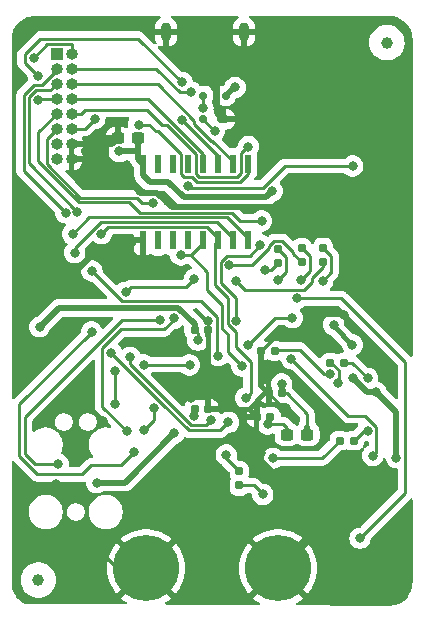
<source format=gbr>
%TF.GenerationSoftware,KiCad,Pcbnew,8.0.2*%
%TF.CreationDate,2024-06-18T11:28:15-07:00*%
%TF.ProjectId,USB_SPDTK,5553425f-5350-4445-944b-2e6b69636164,rev?*%
%TF.SameCoordinates,Original*%
%TF.FileFunction,Copper,L2,Bot*%
%TF.FilePolarity,Positive*%
%FSLAX46Y46*%
G04 Gerber Fmt 4.6, Leading zero omitted, Abs format (unit mm)*
G04 Created by KiCad (PCBNEW 8.0.2) date 2024-06-18 11:28:15*
%MOMM*%
%LPD*%
G01*
G04 APERTURE LIST*
G04 Aperture macros list*
%AMRoundRect*
0 Rectangle with rounded corners*
0 $1 Rounding radius*
0 $2 $3 $4 $5 $6 $7 $8 $9 X,Y pos of 4 corners*
0 Add a 4 corners polygon primitive as box body*
4,1,4,$2,$3,$4,$5,$6,$7,$8,$9,$2,$3,0*
0 Add four circle primitives for the rounded corners*
1,1,$1+$1,$2,$3*
1,1,$1+$1,$4,$5*
1,1,$1+$1,$6,$7*
1,1,$1+$1,$8,$9*
0 Add four rect primitives between the rounded corners*
20,1,$1+$1,$2,$3,$4,$5,0*
20,1,$1+$1,$4,$5,$6,$7,0*
20,1,$1+$1,$6,$7,$8,$9,0*
20,1,$1+$1,$8,$9,$2,$3,0*%
G04 Aperture macros list end*
%TA.AperFunction,ComponentPad*%
%ADD10R,1.000000X1.000000*%
%TD*%
%TA.AperFunction,ComponentPad*%
%ADD11O,1.000000X1.000000*%
%TD*%
%TA.AperFunction,ComponentPad*%
%ADD12C,3.600000*%
%TD*%
%TA.AperFunction,ConnectorPad*%
%ADD13C,5.600000*%
%TD*%
%TA.AperFunction,ComponentPad*%
%ADD14O,0.900000X1.600000*%
%TD*%
%TA.AperFunction,SMDPad,CuDef*%
%ADD15RoundRect,0.137500X0.137500X-0.662500X0.137500X0.662500X-0.137500X0.662500X-0.137500X-0.662500X0*%
%TD*%
%TA.AperFunction,SMDPad,CuDef*%
%ADD16RoundRect,0.160000X-0.197500X-0.160000X0.197500X-0.160000X0.197500X0.160000X-0.197500X0.160000X0*%
%TD*%
%TA.AperFunction,SMDPad,CuDef*%
%ADD17RoundRect,0.155000X0.212500X0.155000X-0.212500X0.155000X-0.212500X-0.155000X0.212500X-0.155000X0*%
%TD*%
%TA.AperFunction,SMDPad,CuDef*%
%ADD18RoundRect,0.155000X-0.212500X-0.155000X0.212500X-0.155000X0.212500X0.155000X-0.212500X0.155000X0*%
%TD*%
%TA.AperFunction,SMDPad,CuDef*%
%ADD19RoundRect,0.237500X-0.300000X-0.237500X0.300000X-0.237500X0.300000X0.237500X-0.300000X0.237500X0*%
%TD*%
%TA.AperFunction,SMDPad,CuDef*%
%ADD20RoundRect,0.175000X0.325000X-0.175000X0.325000X0.175000X-0.325000X0.175000X-0.325000X-0.175000X0*%
%TD*%
%TA.AperFunction,SMDPad,CuDef*%
%ADD21RoundRect,0.150000X0.150000X-0.200000X0.150000X0.200000X-0.150000X0.200000X-0.150000X-0.200000X0*%
%TD*%
%TA.AperFunction,SMDPad,CuDef*%
%ADD22RoundRect,0.160000X0.197500X0.160000X-0.197500X0.160000X-0.197500X-0.160000X0.197500X-0.160000X0*%
%TD*%
%TA.AperFunction,SMDPad,CuDef*%
%ADD23RoundRect,0.237500X0.300000X0.237500X-0.300000X0.237500X-0.300000X-0.237500X0.300000X-0.237500X0*%
%TD*%
%TA.AperFunction,SMDPad,CuDef*%
%ADD24C,1.000000*%
%TD*%
%TA.AperFunction,SMDPad,CuDef*%
%ADD25RoundRect,0.160000X0.160000X-0.197500X0.160000X0.197500X-0.160000X0.197500X-0.160000X-0.197500X0*%
%TD*%
%TA.AperFunction,ViaPad*%
%ADD26C,0.800000*%
%TD*%
%TA.AperFunction,Conductor*%
%ADD27C,0.400000*%
%TD*%
%TA.AperFunction,Conductor*%
%ADD28C,0.254000*%
%TD*%
%TA.AperFunction,Conductor*%
%ADD29C,0.500000*%
%TD*%
%TA.AperFunction,Conductor*%
%ADD30C,0.200000*%
%TD*%
%TA.AperFunction,Conductor*%
%ADD31C,0.250000*%
%TD*%
%TA.AperFunction,Conductor*%
%ADD32C,0.800000*%
%TD*%
G04 APERTURE END LIST*
D10*
%TO.P,J3,1,Pin_1*%
%TO.N,S1U*%
X111430000Y-66950000D03*
D11*
%TO.P,J3,2,Pin_2*%
%TO.N,S1D*%
X112700000Y-66950000D03*
%TO.P,J3,3,Pin_3*%
%TO.N,S2U*%
X111430000Y-68220000D03*
%TO.P,J3,4,Pin_4*%
%TO.N,S2D*%
X112700000Y-68220000D03*
%TO.P,J3,5,Pin_5*%
%TO.N,S1U_OUT*%
X111430000Y-69490000D03*
%TO.P,J3,6,Pin_6*%
%TO.N,S1D_OUT*%
X112700000Y-69490000D03*
%TO.P,J3,7,Pin_7*%
%TO.N,S2U_OUT*%
X111430000Y-70760000D03*
%TO.P,J3,8,Pin_8*%
%TO.N,S2D_OUT*%
X112700000Y-70760000D03*
%TO.P,J3,9,Pin_9*%
%TO.N,Aux0*%
X111430000Y-72030000D03*
%TO.P,J3,10,Pin_10*%
%TO.N,Aux1*%
X112700000Y-72030000D03*
%TO.P,J3,11,Pin_11*%
%TO.N,Aux2*%
X111430000Y-73300000D03*
%TO.P,J3,12,Pin_12*%
%TO.N,Aux3*%
X112700000Y-73300000D03*
%TO.P,J3,13,Pin_13*%
%TO.N,+VSW*%
X111430000Y-74570000D03*
%TO.P,J3,14,Pin_14*%
%TO.N,GND*%
X112700000Y-74570000D03*
%TO.P,J3,15,Pin_15*%
%TO.N,+VSW*%
X111430000Y-75840000D03*
%TO.P,J3,16,Pin_16*%
%TO.N,GND*%
X112700000Y-75840000D03*
%TD*%
D12*
%TO.P,H1,1,1*%
%TO.N,GND*%
X119012000Y-110500000D03*
D13*
X119012000Y-110500000D03*
%TD*%
D12*
%TO.P,H2,1,1*%
%TO.N,GND*%
X130188000Y-110500000D03*
D13*
X130188000Y-110500000D03*
%TD*%
D14*
%TO.P,J1,6,Shield*%
%TO.N,GND*%
X127300000Y-65125000D03*
X120700000Y-65125000D03*
%TD*%
D15*
%TO.P,U3,1,I1*%
%TO.N,S1U*%
X127645000Y-82750000D03*
%TO.P,U3,2,I2*%
%TO.N,S1D*%
X126375000Y-82750000D03*
%TO.P,U3,3,I3*%
%TO.N,S2U*%
X125105000Y-82750000D03*
%TO.P,U3,4,I4*%
%TO.N,S2D*%
X123835000Y-82750000D03*
%TO.P,U3,5,I5*%
%TO.N,unconnected-(U3-I5-Pad5)*%
X122565000Y-82750000D03*
%TO.P,U3,6,I6*%
%TO.N,unconnected-(U3-I6-Pad6)*%
X121295000Y-82750000D03*
%TO.P,U3,7,I7*%
%TO.N,unconnected-(U3-I7-Pad7)*%
X120025000Y-82750000D03*
%TO.P,U3,8,GND*%
%TO.N,GND*%
X118755000Y-82750000D03*
%TO.P,U3,9,COM*%
%TO.N,+VSW*%
X118755000Y-76250000D03*
%TO.P,U3,10,O7*%
%TO.N,unconnected-(U3-O7-Pad10)*%
X120025000Y-76250000D03*
%TO.P,U3,11,O6*%
%TO.N,unconnected-(U3-O6-Pad11)*%
X121295000Y-76250000D03*
%TO.P,U3,12,O5*%
%TO.N,unconnected-(U3-O5-Pad12)*%
X122565000Y-76250000D03*
%TO.P,U3,13,O4*%
%TO.N,S2D_OUT*%
X123835000Y-76250000D03*
%TO.P,U3,14,O3*%
%TO.N,S2U_OUT*%
X125105000Y-76250000D03*
%TO.P,U3,15,O2*%
%TO.N,S1D_OUT*%
X126375000Y-76250000D03*
%TO.P,U3,16,O1*%
%TO.N,S1U_OUT*%
X127645000Y-76250000D03*
%TD*%
D16*
%TO.P,R9,1*%
%TO.N,Net-(U4-PA0)*%
X135402500Y-99700000D03*
%TO.P,R9,2*%
%TO.N,Net-(D3-A)*%
X136597500Y-99700000D03*
%TD*%
D17*
%TO.P,C11,1*%
%TO.N,+3.3V*%
X130535000Y-95700000D03*
%TO.P,C11,2*%
%TO.N,GND*%
X129400000Y-95700000D03*
%TD*%
D18*
%TO.P,C10,1*%
%TO.N,+3.3V*%
X123132500Y-97000000D03*
%TO.P,C10,2*%
%TO.N,GND*%
X124267500Y-97000000D03*
%TD*%
D17*
%TO.P,C9,1*%
%TO.N,GND*%
X124267500Y-90300000D03*
%TO.P,C9,2*%
%TO.N,+3.3V*%
X123132500Y-90300000D03*
%TD*%
D19*
%TO.P,C15,1*%
%TO.N,GND*%
X116637500Y-74100000D03*
%TO.P,C15,2*%
%TO.N,+VSW*%
X118362500Y-74100000D03*
%TD*%
D20*
%TO.P,D2,1,GND*%
%TO.N,GND*%
X125550000Y-72500000D03*
D21*
%TO.P,D2,2,I/O1*%
%TO.N,/Controller/USB-*%
X123850000Y-72500000D03*
%TO.P,D2,3,I/O2*%
%TO.N,/Controller/USB+*%
X123850000Y-70500000D03*
%TO.P,D2,4,VCC*%
%TO.N,VBUS*%
X125750000Y-70500000D03*
%TD*%
D17*
%TO.P,C13,1*%
%TO.N,Net-(U4-VDDA)*%
X129535000Y-97700000D03*
%TO.P,C13,2*%
%TO.N,GND*%
X128400000Y-97700000D03*
%TD*%
D22*
%TO.P,R17,1*%
%TO.N,/Controller/BOOT1*%
X129897500Y-92100000D03*
%TO.P,R17,2*%
%TO.N,GND*%
X128702500Y-92100000D03*
%TD*%
D23*
%TO.P,FB1,1*%
%TO.N,+3.3V*%
X132662500Y-99200000D03*
%TO.P,FB1,2*%
%TO.N,Net-(U4-VDDA)*%
X130937500Y-99200000D03*
%TD*%
D24*
%TO.P,FID3,*%
%TO.N,*%
X109900000Y-111500000D03*
%TD*%
D25*
%TO.P,R14,1*%
%TO.N,Net-(U4-PA10)*%
X130200000Y-84697500D03*
%TO.P,R14,2*%
%TO.N,Net-(D6-A)*%
X130200000Y-83502500D03*
%TD*%
%TO.P,R13,1*%
%TO.N,Net-(U4-PA9)*%
X132200000Y-84597500D03*
%TO.P,R13,2*%
%TO.N,Net-(D5-A)*%
X132200000Y-83402500D03*
%TD*%
%TO.P,R11,1*%
%TO.N,Net-(C17-Pad1)*%
X126900000Y-103497500D03*
%TO.P,R11,2*%
%TO.N,Net-(U4-PH1)*%
X126900000Y-102302500D03*
%TD*%
D16*
%TO.P,R16,1*%
%TO.N,Net-(U4-PB0)*%
X134602500Y-93100000D03*
%TO.P,R16,2*%
%TO.N,Net-(D7-A)*%
X135797500Y-93100000D03*
%TD*%
D25*
%TO.P,R12,1*%
%TO.N,Net-(U4-PA8)*%
X134000000Y-84572500D03*
%TO.P,R12,2*%
%TO.N,Net-(D4-A)*%
X134000000Y-83377500D03*
%TD*%
D24*
%TO.P,FID4,*%
%TO.N,*%
X139400000Y-66000000D03*
%TD*%
D26*
%TO.N,GND*%
X112500000Y-96100000D03*
X108825000Y-89606500D03*
X138866375Y-89370474D03*
X124016000Y-105284000D03*
X111400000Y-103400000D03*
X120915150Y-102284850D03*
X133000000Y-106100000D03*
X131340000Y-90885300D03*
X130900000Y-96900000D03*
X117785500Y-77993900D03*
X132200000Y-72500000D03*
X132300000Y-75400000D03*
X122828000Y-96094900D03*
X115400000Y-98000000D03*
X135789201Y-89095044D03*
X132101200Y-81887900D03*
X128774000Y-100752000D03*
X117785500Y-82868100D03*
X139065000Y-102689900D03*
X124251000Y-89550000D03*
%TO.N,+VSW*%
X129693300Y-78567100D03*
X116740300Y-75214700D03*
%TO.N,VBUS*%
X126550700Y-69799200D03*
%TO.N,+3.3V*%
X140200000Y-101131800D03*
X123400000Y-91200000D03*
X138482900Y-95586000D03*
X136483379Y-91590663D03*
X123100000Y-97600000D03*
X136533800Y-94394000D03*
X114821300Y-103250200D03*
X134901623Y-89890065D03*
X130500000Y-94900000D03*
X121400000Y-99071500D03*
X110002500Y-90066900D03*
%TO.N,Net-(U4-VDDA)*%
X129294000Y-98284700D03*
%TO.N,Net-(J2-~{RESET})*%
X125983900Y-98145500D03*
X116045300Y-92260100D03*
%TO.N,Net-(C17-Pad1)*%
X128890000Y-104250000D03*
%TO.N,/Controller/USB+*%
X123816700Y-71531100D03*
%TO.N,/Controller/USB-*%
X124809200Y-73470700D03*
%TO.N,Net-(D3-A)*%
X137763300Y-98847900D03*
%TO.N,Net-(D4-A)*%
X133973200Y-86147300D03*
%TO.N,Net-(D5-A)*%
X132100000Y-86135300D03*
%TO.N,Net-(D6-A)*%
X130200000Y-86127900D03*
%TO.N,Net-(D7-A)*%
X137764000Y-94413300D03*
%TO.N,/Controller/JTMS*%
X118026450Y-100649378D03*
X114393200Y-90498700D03*
X123099992Y-86000000D03*
X117276700Y-87139700D03*
%TO.N,/Controller/JTDI*%
X120193300Y-89512800D03*
X111579629Y-101690000D03*
%TO.N,/Controller/JTDO*%
X116400000Y-93800000D03*
X118813756Y-93286244D03*
X116400000Y-96600000D03*
X122700000Y-93300000D03*
%TO.N,/Controller/JTCK*%
X121350000Y-89347900D03*
X117394200Y-98907000D03*
%TO.N,S2U*%
X115232100Y-82179900D03*
X127436300Y-96089700D03*
X112200000Y-80400000D03*
%TO.N,S1U*%
X112784923Y-82194077D03*
X124519500Y-97915600D03*
X117664508Y-92650629D03*
%TO.N,Aux0*%
X128800000Y-81100000D03*
%TO.N,Aux3*%
X114667900Y-72438400D03*
%TO.N,Aux2*%
X119600000Y-79600000D03*
%TO.N,S2D*%
X121962100Y-83995800D03*
X127119100Y-93375100D03*
X122856100Y-70200000D03*
%TO.N,Aux1*%
X127682800Y-74804400D03*
%TO.N,S2U_OUT*%
X122058800Y-72586100D03*
X109872400Y-70879800D03*
X122058800Y-69371800D03*
X109864500Y-68828400D03*
%TO.N,S1U_OUT*%
X118375600Y-72935400D03*
X113200000Y-80300000D03*
%TO.N,S1D*%
X125100000Y-92500000D03*
X112978100Y-83791300D03*
X114423300Y-85326700D03*
X109495400Y-67277300D03*
%TO.N,HVEnable*%
X122561535Y-78152535D03*
X136512200Y-76442000D03*
%TO.N,Net-(U4-PA0)*%
X129775000Y-101185700D03*
%TO.N,Net-(U4-PH1)*%
X125800000Y-100900000D03*
%TO.N,Net-(U4-PA8)*%
X126637386Y-86141799D03*
%TO.N,Net-(U4-PA9)*%
X126075200Y-84857200D03*
%TO.N,Net-(U4-PA10)*%
X126662600Y-89553200D03*
X129089200Y-85266600D03*
X128677300Y-83118500D03*
%TO.N,/Controller/BOOT1*%
X134605000Y-94046700D03*
%TO.N,Net-(U4-PB0)*%
X135296700Y-94787300D03*
%TO.N,/Controller/~{SPI2NSS}*%
X118800000Y-98800000D03*
X119654100Y-96894300D03*
%TO.N,/Controller/SPI2_SCK*%
X131308500Y-92769300D03*
X138211800Y-100961400D03*
%TO.N,/Controller/SPI2_MOSI*%
X131818200Y-87653000D03*
X137125000Y-107969400D03*
%TO.N,/Controller/SPI2_MISO*%
X131393800Y-89304500D03*
X127600000Y-91600000D03*
%TD*%
D27*
%TO.N,GND*%
X128700000Y-95000000D02*
X128702000Y-94997500D01*
X127700000Y-97000000D02*
X128400000Y-97700000D01*
D28*
X131340000Y-90885300D02*
X129917000Y-90885300D01*
X128400000Y-100378000D02*
X128400000Y-97700000D01*
D29*
X139065000Y-102689900D02*
X130014700Y-102689900D01*
X118755000Y-82750000D02*
X117903600Y-82750000D01*
D30*
X113500000Y-96100000D02*
X112500000Y-96100000D01*
D29*
X117785500Y-77993900D02*
X115805600Y-77993900D01*
D27*
X124268000Y-90830400D02*
X124268000Y-96100000D01*
D31*
X112091450Y-106002897D02*
X116588553Y-110500000D01*
D29*
X124268000Y-90830400D02*
X124267500Y-90829900D01*
X112700000Y-75840000D02*
X113651700Y-75840000D01*
X132292900Y-81887900D02*
X132101200Y-81887900D01*
D27*
X124268000Y-97000000D02*
X127700000Y-97000000D01*
D29*
X124267500Y-96550500D02*
X124267500Y-97000000D01*
D31*
X111400000Y-104399705D02*
X112091450Y-105091155D01*
D28*
X135727222Y-89033065D02*
X135789201Y-89095044D01*
X130600000Y-96900000D02*
X129400000Y-95700000D01*
D27*
X129000000Y-95700000D02*
X127700000Y-97000000D01*
X129400000Y-95700000D02*
X129000000Y-95700000D01*
D29*
X127300000Y-66376700D02*
X124987900Y-68688800D01*
X124987900Y-71937900D02*
X125550000Y-72500000D01*
X117170200Y-83483400D02*
X114948100Y-83483400D01*
D31*
X112091450Y-105091155D02*
X112091450Y-106002897D01*
D30*
X115400000Y-98000000D02*
X113500000Y-96100000D01*
D29*
X121171000Y-79898000D02*
X130111300Y-79898000D01*
X125550000Y-72500000D02*
X132200000Y-72500000D01*
X124987900Y-68688800D02*
X124987900Y-71937900D01*
X117785500Y-82868100D02*
X117170200Y-83483400D01*
D28*
X129917000Y-90885300D02*
X128702100Y-92100000D01*
D31*
X111400000Y-103400000D02*
X111400000Y-104399705D01*
D29*
X124268000Y-96550000D02*
X124267500Y-96550500D01*
D27*
X124268000Y-90300000D02*
X124268000Y-90830400D01*
X124268000Y-96550000D02*
X124268000Y-97000000D01*
D29*
X119973000Y-78700000D02*
X121171000Y-79898000D01*
X130014700Y-102689900D02*
X128774000Y-101449200D01*
D28*
X124251000Y-89550000D02*
X124251000Y-90283400D01*
X130900000Y-96900000D02*
X130600000Y-96900000D01*
D27*
X129400000Y-95700000D02*
X128700000Y-95000000D01*
D28*
X131340000Y-90885300D02*
X133192235Y-89033065D01*
D29*
X114948100Y-83483400D02*
X108825000Y-89606500D01*
D32*
X133000000Y-107688000D02*
X130188000Y-110500000D01*
D27*
X128702000Y-94997500D02*
X128702000Y-92100000D01*
D29*
X127300000Y-65125000D02*
X127300000Y-66376700D01*
X117903600Y-82750000D02*
X117785500Y-82868100D01*
X118491600Y-78700000D02*
X119973000Y-78700000D01*
D28*
X133192235Y-89033065D02*
X135727222Y-89033065D01*
X128774000Y-100752000D02*
X128400000Y-100378000D01*
D29*
X115805600Y-77993900D02*
X113651700Y-75840000D01*
D27*
X124268000Y-96100000D02*
X124268000Y-96550000D01*
D29*
X116637500Y-74100000D02*
X116167500Y-74570000D01*
X124267500Y-90829900D02*
X124267500Y-90300000D01*
X116167500Y-74570000D02*
X112700000Y-74570000D01*
D28*
X122828000Y-96094900D02*
X124262000Y-96094900D01*
D29*
X130111300Y-79898000D02*
X132101200Y-81887900D01*
X117785500Y-77993900D02*
X118491600Y-78700000D01*
X128774000Y-101449200D02*
X128774000Y-100752000D01*
D28*
X124262000Y-96094900D02*
X124268000Y-96100000D01*
D32*
X133000000Y-106100000D02*
X133000000Y-107688000D01*
D29*
%TO.N,+VSW*%
X118362500Y-75857500D02*
X118755000Y-76250000D01*
X118755000Y-77215750D02*
X119339250Y-77800000D01*
X129160400Y-79100000D02*
X129693300Y-78567100D01*
X122200000Y-79100000D02*
X129160400Y-79100000D01*
X118362500Y-75214700D02*
X118362500Y-75857500D01*
X118362500Y-75214700D02*
X116740300Y-75214700D01*
X120900000Y-77800000D02*
X122200000Y-79100000D01*
X118362500Y-74100000D02*
X118362500Y-75214700D01*
X119339250Y-77800000D02*
X120900000Y-77800000D01*
X118755000Y-76676500D02*
X118755000Y-77215750D01*
%TO.N,VBUS*%
X126550700Y-69799200D02*
X126450800Y-69799200D01*
X126450800Y-69799200D02*
X125750000Y-70500000D01*
D28*
%TO.N,+3.3V*%
X130911982Y-95700000D02*
X132662000Y-97450018D01*
D29*
X121721100Y-88449500D02*
X123132500Y-89860900D01*
D28*
X132662000Y-98518700D02*
X132662000Y-99200000D01*
D29*
X132662000Y-98518700D02*
X132662500Y-98519200D01*
D27*
X134901623Y-90008907D02*
X136483379Y-91590663D01*
D28*
X130600000Y-95700000D02*
X130911982Y-95700000D01*
D29*
X137725800Y-95586000D02*
X138482900Y-95586000D01*
D28*
X132662000Y-97450018D02*
X132662000Y-98518700D01*
D29*
X130535000Y-95317500D02*
X130600000Y-95382500D01*
X138482900Y-95586000D02*
X140200000Y-97303100D01*
X123100000Y-97600000D02*
X123132500Y-97567500D01*
X117221300Y-103250200D02*
X121400000Y-99071500D01*
D28*
X130535000Y-95317500D02*
X130535000Y-94935000D01*
D29*
X110002500Y-90066900D02*
X111619900Y-88449500D01*
X123132500Y-89860900D02*
X123132500Y-90300000D01*
D28*
X123400000Y-90567500D02*
X123132300Y-90300200D01*
D29*
X132662500Y-98519200D02*
X132662500Y-99200000D01*
X111619900Y-88449500D02*
X121721100Y-88449500D01*
D28*
X134901623Y-89890065D02*
X134901623Y-90008907D01*
D29*
X123132500Y-97567500D02*
X123132500Y-97000000D01*
X114821300Y-103250200D02*
X117221300Y-103250200D01*
D28*
X130535000Y-94935000D02*
X130500000Y-94900000D01*
D29*
X136533800Y-94394000D02*
X137725800Y-95586000D01*
D28*
X130535000Y-95700000D02*
X130535000Y-95317500D01*
D29*
X140200000Y-97303100D02*
X140200000Y-101131800D01*
X130600000Y-95382500D02*
X130600000Y-95700000D01*
D28*
X123400000Y-91200000D02*
X123400000Y-90567500D01*
%TO.N,Net-(U4-VDDA)*%
X130938000Y-98918700D02*
X130938000Y-98637500D01*
X129294000Y-97940600D02*
X129535000Y-97700000D01*
X129310000Y-98300000D02*
X129294000Y-98284700D01*
X129294000Y-98284700D02*
X129294000Y-97940600D01*
X130938000Y-98637500D02*
X130600000Y-98300000D01*
X130600000Y-98300000D02*
X129310000Y-98300000D01*
D31*
%TO.N,Net-(J2-~{RESET})*%
X119955100Y-96167600D02*
X119952800Y-96167600D01*
X122619200Y-98834000D02*
X120380800Y-96595600D01*
X125295400Y-98834000D02*
X122619200Y-98834000D01*
X125983900Y-98145500D02*
X125295400Y-98834000D01*
X120380800Y-96593300D02*
X119955100Y-96167600D01*
X119952800Y-96167600D02*
X116045300Y-92260100D01*
X120380800Y-96595600D02*
X120380800Y-96593300D01*
%TO.N,Net-(C17-Pad1)*%
X126900500Y-103498000D02*
X128138000Y-103498000D01*
X128138000Y-103498000D02*
X128890000Y-104250000D01*
%TO.N,/Controller/USB+*%
X123850000Y-71497800D02*
X123816700Y-71531100D01*
X123850000Y-70500000D02*
X123850000Y-71497800D01*
%TO.N,/Controller/USB-*%
X123850000Y-72511500D02*
X124809200Y-73470700D01*
%TO.N,Net-(D3-A)*%
X137449600Y-98847900D02*
X137763300Y-98847900D01*
X136597500Y-99700000D02*
X137449600Y-98847900D01*
%TO.N,Net-(D4-A)*%
X134697600Y-84075100D02*
X134697600Y-85422900D01*
X134000000Y-83377500D02*
X134697600Y-84075100D01*
X134697600Y-85422900D02*
X133973200Y-86147300D01*
%TO.N,Net-(D5-A)*%
X132905900Y-85329400D02*
X132100000Y-86135300D01*
X132905900Y-84108400D02*
X132905900Y-85329400D01*
X132200000Y-83402500D02*
X132905900Y-84108400D01*
%TO.N,Net-(D6-A)*%
X130200000Y-83502500D02*
X130876100Y-84178600D01*
X130876100Y-84178600D02*
X130876100Y-85451800D01*
X130876100Y-85451800D02*
X130200000Y-86127900D01*
D28*
%TO.N,Net-(D7-A)*%
X135797500Y-93100000D02*
X136450700Y-93100000D01*
X136450700Y-93100000D02*
X137764000Y-94413300D01*
D31*
%TO.N,/Controller/JTMS*%
X113629500Y-102545000D02*
X114385300Y-101789200D01*
X114393200Y-90498700D02*
X108266300Y-96625600D01*
X108266300Y-101005900D02*
X109805400Y-102545000D01*
X116886628Y-101789200D02*
X118026450Y-100649378D01*
X109805400Y-102545000D02*
X113629500Y-102545000D01*
X114385300Y-101789200D02*
X116886628Y-101789200D01*
X117276700Y-87139700D02*
X117716400Y-86700000D01*
X108266300Y-96625600D02*
X108266300Y-101005900D01*
X117716400Y-86700000D02*
X122399992Y-86700000D01*
X122399992Y-86700000D02*
X123099992Y-86000000D01*
%TO.N,/Controller/JTDI*%
X108760400Y-97728300D02*
X108760400Y-100800100D01*
X120193300Y-89512800D02*
X116975900Y-89512800D01*
X116975900Y-89512800D02*
X108760400Y-97728300D01*
X109650300Y-101690000D02*
X111579629Y-101690000D01*
X108760400Y-100800100D02*
X109650300Y-101690000D01*
%TO.N,/Controller/JTDO*%
X116400000Y-96600000D02*
X116400000Y-93800000D01*
X122686244Y-93286244D02*
X122700000Y-93300000D01*
X118813756Y-93286244D02*
X122686244Y-93286244D01*
%TO.N,/Controller/JTCK*%
X121350000Y-89347900D02*
X121350000Y-89454200D01*
X120535200Y-90269000D02*
X116905800Y-90269000D01*
X121350000Y-89454200D02*
X120535200Y-90269000D01*
X116905800Y-90269000D02*
X115313200Y-91861600D01*
X115313200Y-91861600D02*
X115313200Y-96826000D01*
X115313200Y-96826000D02*
X117394200Y-98907000D01*
%TO.N,S2U*%
X125105000Y-82750000D02*
X124822700Y-83032300D01*
X111430000Y-68290600D02*
X110165500Y-69555100D01*
X115821200Y-81590800D02*
X115232100Y-82179900D01*
X125909700Y-87614800D02*
X125909700Y-89828200D01*
X125909700Y-89828200D02*
X126600000Y-90518500D01*
X124822700Y-86527800D02*
X125909700Y-87614800D01*
X110165500Y-69555100D02*
X109518200Y-69555100D01*
X125105000Y-82504300D02*
X124191500Y-81590800D01*
X108643800Y-70429500D02*
X108643800Y-76843800D01*
X126600000Y-91780000D02*
X127872100Y-93052100D01*
X127872100Y-93052100D02*
X127872100Y-95653900D01*
X126600000Y-90518500D02*
X126600000Y-91780000D01*
X124191500Y-81590800D02*
X115821200Y-81590800D01*
X108643800Y-76843800D02*
X112200000Y-80400000D01*
X127872100Y-95653900D02*
X127436300Y-96089700D01*
X109518200Y-69555100D02*
X108643800Y-70429500D01*
X124822700Y-83032300D02*
X124822700Y-86527800D01*
%TO.N,S1U*%
X127645000Y-82524500D02*
X125897500Y-80777000D01*
X125897500Y-80777000D02*
X114202000Y-80777000D01*
X117664508Y-93238208D02*
X117664508Y-92650629D01*
X114202000Y-80777000D02*
X112784923Y-82194077D01*
X122808600Y-98382300D02*
X117664508Y-93238208D01*
X124519500Y-97915600D02*
X124052800Y-98382300D01*
X124052800Y-98382300D02*
X122808600Y-98382300D01*
%TO.N,S2D_OUT*%
X123835000Y-76250000D02*
X123835000Y-75390300D01*
X123835000Y-75390300D02*
X119204700Y-70760000D01*
X112700000Y-70760000D02*
X119204700Y-70760000D01*
%TO.N,Aux0*%
X113300000Y-79500000D02*
X117600000Y-79500000D01*
X109861800Y-76061800D02*
X113300000Y-79500000D01*
X117600000Y-79500000D02*
X118500000Y-80400000D01*
X111430000Y-72030000D02*
X109861800Y-73598200D01*
X109861800Y-73598200D02*
X109861800Y-76061800D01*
X126299999Y-80400000D02*
X126999999Y-81100000D01*
X118500000Y-80400000D02*
X126299999Y-80400000D01*
X126999999Y-81100000D02*
X128800000Y-81100000D01*
%TO.N,Aux3*%
X112700000Y-73300000D02*
X113806300Y-73300000D01*
X113806300Y-73300000D02*
X114667900Y-72438400D01*
%TO.N,Aux2*%
X110603300Y-74126700D02*
X110603300Y-76270142D01*
X110603300Y-76270142D02*
X113456158Y-79123000D01*
X111430000Y-73300000D02*
X110603300Y-74126700D01*
X113456158Y-79123000D02*
X118204664Y-79123000D01*
X118681664Y-79600000D02*
X119600000Y-79600000D01*
X118204664Y-79123000D02*
X118681664Y-79600000D01*
%TO.N,S1D_OUT*%
X123103700Y-72603300D02*
X119990400Y-69490000D01*
X112700000Y-69490000D02*
X119990400Y-69490000D01*
X124622200Y-74299800D02*
X124526400Y-74299800D01*
X123103700Y-72877100D02*
X123103700Y-72603300D01*
X126375000Y-76052600D02*
X124622200Y-74299800D01*
X124526400Y-74299800D02*
X123103700Y-72877100D01*
%TO.N,S2D*%
X121859400Y-70200000D02*
X122856100Y-70200000D01*
X124201600Y-86919700D02*
X125458000Y-88176100D01*
X121962100Y-83995800D02*
X122776500Y-83995800D01*
X125909700Y-90692200D02*
X125909700Y-92165700D01*
X122776500Y-83995800D02*
X123835000Y-82937300D01*
X124201600Y-85420900D02*
X124201600Y-86919700D01*
X122776500Y-83995800D02*
X124201600Y-85420900D01*
X112700000Y-68220000D02*
X119879400Y-68220000D01*
X125458000Y-88176100D02*
X125458000Y-90240500D01*
X125458000Y-90240500D02*
X125909700Y-90692200D01*
X119879400Y-68220000D02*
X121859400Y-70200000D01*
X125909700Y-92165700D02*
X127119100Y-93375100D01*
%TO.N,Aux1*%
X112700000Y-72030000D02*
X113526700Y-72030000D01*
X119086800Y-71692500D02*
X120338400Y-72944100D01*
X113864200Y-71692500D02*
X119086800Y-71692500D01*
X126745900Y-77377300D02*
X127042800Y-77080400D01*
X127587200Y-74804400D02*
X127682800Y-74804400D01*
X127042800Y-77080400D02*
X127042800Y-75348800D01*
X123232800Y-77105100D02*
X123505000Y-77377300D01*
X123232800Y-75426900D02*
X123232800Y-77105100D01*
X120338400Y-72944100D02*
X120750000Y-72944100D01*
X123505000Y-77377300D02*
X126745900Y-77377300D01*
X127042800Y-75348800D02*
X127587200Y-74804400D01*
X113526700Y-72030000D02*
X113864200Y-71692500D01*
X120750000Y-72944100D02*
X123232800Y-75426900D01*
%TO.N,S2U_OUT*%
X118344900Y-65657900D02*
X110071100Y-65657900D01*
X110071100Y-65657900D02*
X108725100Y-67003900D01*
X109992200Y-70760000D02*
X111430000Y-70760000D01*
X122058800Y-69371800D02*
X118344900Y-65657900D01*
X108725100Y-67689000D02*
X109864500Y-68828400D01*
X125105000Y-75632300D02*
X122058800Y-72586100D01*
X108725100Y-67003900D02*
X108725100Y-67689000D01*
X109992200Y-70760000D02*
X109872400Y-70879800D01*
%TO.N,S1U_OUT*%
X126933000Y-77829000D02*
X127645000Y-77117000D01*
X109715500Y-70006800D02*
X109100200Y-70622100D01*
X110913200Y-70006800D02*
X109715500Y-70006800D01*
X111430000Y-69490000D02*
X110913200Y-70006800D01*
X121962800Y-75450100D02*
X121962800Y-77105684D01*
X123329000Y-77829000D02*
X126933000Y-77829000D01*
X121962800Y-77105684D02*
X122232116Y-77375000D01*
X122232116Y-77375000D02*
X122875000Y-77375000D01*
X122875000Y-77375000D02*
X123329000Y-77829000D01*
X109100200Y-70622100D02*
X109100200Y-76200200D01*
X118375600Y-72935400D02*
X119302100Y-72935400D01*
X119302100Y-72935400D02*
X119854400Y-73487700D01*
X120000400Y-73487700D02*
X121962800Y-75450100D01*
X127645000Y-77117000D02*
X127645000Y-76250000D01*
X119854400Y-73487700D02*
X120000400Y-73487700D01*
X109100200Y-76200200D02*
X113200000Y-80300000D01*
%TO.N,S1D*%
X112981500Y-83787900D02*
X112978100Y-83791300D01*
X125100000Y-92500000D02*
X125006300Y-92406300D01*
X112700000Y-66950000D02*
X112700000Y-66123300D01*
X124995500Y-81154000D02*
X115230400Y-81154000D01*
X125006300Y-89213700D02*
X123665400Y-87872800D01*
X112981500Y-83402900D02*
X112981500Y-83787900D01*
X123665400Y-87872800D02*
X116969400Y-87872800D01*
X112700000Y-66123300D02*
X110649400Y-66123300D01*
X115230400Y-81154000D02*
X112981500Y-83402900D01*
X116969400Y-87872800D02*
X114423300Y-85326700D01*
X125006300Y-92406300D02*
X125006300Y-89213700D01*
X110649400Y-66123300D02*
X109495400Y-67277300D01*
X126375000Y-82533500D02*
X124995500Y-81154000D01*
%TO.N,HVEnable*%
X130787100Y-76442000D02*
X128931100Y-78298000D01*
X136512200Y-76442000D02*
X130787100Y-76442000D01*
X128931100Y-78298000D02*
X122707000Y-78298000D01*
X122707000Y-78298000D02*
X122561535Y-78152535D01*
%TO.N,Net-(U4-PA0)*%
X133916800Y-101185700D02*
X129775000Y-101185700D01*
X135402500Y-99700000D02*
X133916800Y-101185700D01*
%TO.N,Net-(U4-PH1)*%
X125800000Y-101202000D02*
X126900000Y-102302000D01*
X125800000Y-100900000D02*
X125800000Y-101202000D01*
%TO.N,Net-(U4-PA8)*%
X133051600Y-85951300D02*
X133051600Y-86226800D01*
X133051600Y-86226800D02*
X132368100Y-86910300D01*
X132368100Y-86910300D02*
X127405887Y-86910300D01*
X127405887Y-86910300D02*
X126637386Y-86141799D01*
X134000000Y-85002900D02*
X133051600Y-85951300D01*
X134000000Y-84572500D02*
X134000000Y-85002900D01*
%TO.N,Net-(U4-PA9)*%
X129856600Y-82798100D02*
X129404000Y-83250700D01*
X129404000Y-83250700D02*
X129404000Y-83419500D01*
X130548900Y-82798100D02*
X129856600Y-82798100D01*
X131488400Y-83737600D02*
X130548900Y-82798100D01*
X127966300Y-84857200D02*
X126075200Y-84857200D01*
X131488400Y-83885900D02*
X131488400Y-83737600D01*
X132200000Y-84597500D02*
X131488400Y-83885900D01*
X129404000Y-83419500D02*
X127966300Y-84857200D01*
%TO.N,Net-(U4-PA10)*%
X126662600Y-87657700D02*
X125330100Y-86325200D01*
X128677200Y-83118500D02*
X128677300Y-83118500D01*
X125330100Y-86325200D02*
X125330100Y-84560700D01*
X125826500Y-84064300D02*
X127788000Y-84064300D01*
X125330100Y-84560700D02*
X125826500Y-84064300D01*
X129630900Y-85266600D02*
X129089200Y-85266600D01*
X126662600Y-89553200D02*
X126662600Y-87657700D01*
X128677200Y-83175100D02*
X128677200Y-83118500D01*
X130200000Y-84697500D02*
X129630900Y-85266600D01*
X127788000Y-84064300D02*
X128677200Y-83175100D01*
%TO.N,/Controller/BOOT1*%
X132055100Y-91987100D02*
X130010400Y-91987100D01*
X134114700Y-94046700D02*
X132055100Y-91987100D01*
X134605000Y-94046700D02*
X134114700Y-94046700D01*
D28*
%TO.N,Net-(U4-PB0)*%
X134686434Y-93100000D02*
X135332000Y-93745566D01*
X135332000Y-93745566D02*
X135332000Y-94752000D01*
X135332000Y-94752000D02*
X135296700Y-94787300D01*
D31*
%TO.N,/Controller/~{SPI2NSS}*%
X119654100Y-96894300D02*
X119654100Y-97945900D01*
X119654100Y-97945900D02*
X118800000Y-98800000D01*
%TO.N,/Controller/SPI2_SCK*%
X136132100Y-97592900D02*
X137574600Y-97592900D01*
X138517200Y-98535500D02*
X138517200Y-100656000D01*
X131308500Y-92769300D02*
X136132100Y-97592900D01*
X137574600Y-97592900D02*
X138517200Y-98535500D01*
X138517200Y-100656000D02*
X138211800Y-100961400D01*
%TO.N,/Controller/SPI2_MOSI*%
X131818200Y-87653000D02*
X135556310Y-87653000D01*
X135556310Y-87653000D02*
X140953100Y-93049790D01*
X140953100Y-104141300D02*
X137125000Y-107969400D01*
X140953100Y-93049790D02*
X140953100Y-104141300D01*
%TO.N,/Controller/SPI2_MISO*%
X127600000Y-91600000D02*
X129895500Y-89304500D01*
X129895500Y-89304500D02*
X131393800Y-89304500D01*
%TD*%
%TA.AperFunction,Conductor*%
%TO.N,GND*%
G36*
X122128144Y-89937790D02*
G01*
X122178632Y-89968400D01*
X122228181Y-90017949D01*
X122261666Y-90079272D01*
X122264500Y-90105630D01*
X122264500Y-90521190D01*
X122264501Y-90521215D01*
X122267423Y-90558354D01*
X122313630Y-90717400D01*
X122397934Y-90859950D01*
X122397941Y-90859959D01*
X122475870Y-90937888D01*
X122509355Y-90999211D01*
X122511510Y-91038529D01*
X122495409Y-91191728D01*
X122494540Y-91200000D01*
X122514326Y-91388256D01*
X122516292Y-91394309D01*
X122572818Y-91568277D01*
X122572821Y-91568284D01*
X122667467Y-91732216D01*
X122788357Y-91866478D01*
X122794129Y-91872888D01*
X122947265Y-91984148D01*
X122947270Y-91984151D01*
X123120192Y-92061142D01*
X123120197Y-92061144D01*
X123305354Y-92100500D01*
X123305355Y-92100500D01*
X123494644Y-92100500D01*
X123494646Y-92100500D01*
X123679803Y-92061144D01*
X123852730Y-91984151D01*
X124005871Y-91872888D01*
X124132533Y-91732216D01*
X124149412Y-91702979D01*
X124199979Y-91654764D01*
X124268586Y-91641540D01*
X124333451Y-91667508D01*
X124373980Y-91724422D01*
X124380800Y-91764979D01*
X124380800Y-91911464D01*
X124364187Y-91973463D01*
X124272823Y-92131710D01*
X124272818Y-92131722D01*
X124214327Y-92311740D01*
X124214326Y-92311744D01*
X124194540Y-92500000D01*
X124214326Y-92688256D01*
X124214327Y-92688259D01*
X124272818Y-92868277D01*
X124272821Y-92868284D01*
X124367467Y-93032216D01*
X124422663Y-93093517D01*
X124494129Y-93172888D01*
X124647265Y-93284148D01*
X124647270Y-93284151D01*
X124820192Y-93361142D01*
X124820197Y-93361144D01*
X125005354Y-93400500D01*
X125005355Y-93400500D01*
X125194644Y-93400500D01*
X125194646Y-93400500D01*
X125379803Y-93361144D01*
X125552730Y-93284151D01*
X125705871Y-93172888D01*
X125773098Y-93098224D01*
X125832582Y-93061578D01*
X125902439Y-93062907D01*
X125952927Y-93093517D01*
X126180138Y-93320728D01*
X126213623Y-93382051D01*
X126215778Y-93395447D01*
X126220691Y-93442188D01*
X126233426Y-93563356D01*
X126233427Y-93563359D01*
X126291918Y-93743377D01*
X126291921Y-93743384D01*
X126386567Y-93907316D01*
X126505007Y-94038857D01*
X126513229Y-94047988D01*
X126666365Y-94159248D01*
X126666370Y-94159251D01*
X126839292Y-94236242D01*
X126839297Y-94236244D01*
X127024454Y-94275600D01*
X127024455Y-94275600D01*
X127122600Y-94275600D01*
X127189639Y-94295285D01*
X127235394Y-94348089D01*
X127246600Y-94399600D01*
X127246600Y-95109188D01*
X127226915Y-95176227D01*
X127174111Y-95221982D01*
X127160920Y-95227118D01*
X127156498Y-95228554D01*
X126983570Y-95305548D01*
X126983565Y-95305551D01*
X126830429Y-95416811D01*
X126703766Y-95557485D01*
X126609121Y-95721415D01*
X126609118Y-95721422D01*
X126571594Y-95836910D01*
X126550626Y-95901444D01*
X126530840Y-96089700D01*
X126550626Y-96277956D01*
X126550627Y-96277959D01*
X126609118Y-96457977D01*
X126609121Y-96457984D01*
X126703767Y-96621916D01*
X126796660Y-96725084D01*
X126830429Y-96762588D01*
X126983565Y-96873848D01*
X126983570Y-96873851D01*
X127156492Y-96950842D01*
X127156497Y-96950844D01*
X127341654Y-96990200D01*
X127341655Y-96990200D01*
X127537241Y-96990200D01*
X127604280Y-97009885D01*
X127650035Y-97062689D01*
X127659979Y-97131847D01*
X127643973Y-97177320D01*
X127581594Y-97282798D01*
X127581590Y-97282805D01*
X127535421Y-97441718D01*
X127534770Y-97450000D01*
X128150000Y-97450000D01*
X128150000Y-96890000D01*
X128116099Y-96856099D01*
X128082614Y-96794776D01*
X128087598Y-96725084D01*
X128111630Y-96685446D01*
X128168833Y-96621916D01*
X128263479Y-96457984D01*
X128321974Y-96277956D01*
X128337287Y-96132258D01*
X128363870Y-96067646D01*
X128421168Y-96027661D01*
X128490987Y-96025001D01*
X128551160Y-96060510D01*
X128579683Y-96110627D01*
X128581591Y-96117194D01*
X128581592Y-96117197D01*
X128665833Y-96259642D01*
X128665839Y-96259650D01*
X128782849Y-96376660D01*
X128782857Y-96376666D01*
X128925302Y-96460907D01*
X128925305Y-96460908D01*
X129084216Y-96507077D01*
X129084222Y-96507078D01*
X129121342Y-96509999D01*
X129121358Y-96510000D01*
X129150000Y-96510000D01*
X129150000Y-94890000D01*
X129121342Y-94890000D01*
X129084222Y-94892921D01*
X129084216Y-94892922D01*
X128925305Y-94939091D01*
X128925302Y-94939092D01*
X128782857Y-95023333D01*
X128782849Y-95023339D01*
X128709281Y-95096908D01*
X128647958Y-95130393D01*
X128578266Y-95125409D01*
X128522333Y-95083537D01*
X128497916Y-95018073D01*
X128497600Y-95009227D01*
X128497600Y-92990493D01*
X128497599Y-92990487D01*
X128497491Y-92989944D01*
X128497476Y-92989872D01*
X128482475Y-92914451D01*
X128482475Y-92914450D01*
X128473564Y-92869654D01*
X128473563Y-92869648D01*
X128461939Y-92841585D01*
X128452500Y-92794133D01*
X128452500Y-91974000D01*
X128472185Y-91906961D01*
X128524989Y-91861206D01*
X128576500Y-91850000D01*
X128828500Y-91850000D01*
X128895539Y-91869685D01*
X128941294Y-91922489D01*
X128952500Y-91974000D01*
X128952500Y-92920000D01*
X128953337Y-92920000D01*
X129019838Y-92913957D01*
X129172862Y-92866273D01*
X129235365Y-92828489D01*
X129302920Y-92810652D01*
X129363665Y-92828488D01*
X129426929Y-92866732D01*
X129426933Y-92866734D01*
X129481100Y-92883612D01*
X129580067Y-92914452D01*
X129646619Y-92920500D01*
X130148380Y-92920499D01*
X130148388Y-92920499D01*
X130214926Y-92914453D01*
X130214928Y-92914452D01*
X130214933Y-92914452D01*
X130274032Y-92896035D01*
X130343890Y-92894884D01*
X130403283Y-92931685D01*
X130428852Y-92976103D01*
X130481318Y-93137577D01*
X130481321Y-93137584D01*
X130575967Y-93301516D01*
X130660543Y-93395447D01*
X130702629Y-93442188D01*
X130855765Y-93553448D01*
X130855770Y-93553451D01*
X131028692Y-93630442D01*
X131028697Y-93630444D01*
X131213854Y-93669800D01*
X131273048Y-93669800D01*
X131340087Y-93689485D01*
X131360729Y-93706119D01*
X135733363Y-98078755D01*
X135733367Y-98078758D01*
X135835812Y-98147210D01*
X135835811Y-98147210D01*
X135835813Y-98147211D01*
X135835815Y-98147212D01*
X135875634Y-98163705D01*
X135875635Y-98163706D01*
X135875636Y-98163706D01*
X135949648Y-98194363D01*
X135969697Y-98198351D01*
X135983804Y-98201157D01*
X136070492Y-98218401D01*
X136070494Y-98218401D01*
X136199821Y-98218401D01*
X136199841Y-98218400D01*
X136872159Y-98218400D01*
X136939198Y-98238085D01*
X136984953Y-98290889D01*
X136994897Y-98360047D01*
X136979546Y-98404399D01*
X136966433Y-98427113D01*
X136948145Y-98458788D01*
X136928439Y-98484468D01*
X136569726Y-98843181D01*
X136508403Y-98876666D01*
X136482046Y-98879500D01*
X136346611Y-98879500D01*
X136280073Y-98885546D01*
X136280066Y-98885548D01*
X136126933Y-98933265D01*
X136126929Y-98933267D01*
X136064149Y-98971219D01*
X135996594Y-98989055D01*
X135935851Y-98971219D01*
X135873070Y-98933267D01*
X135873066Y-98933265D01*
X135719933Y-98885548D01*
X135719935Y-98885548D01*
X135693312Y-98883128D01*
X135653381Y-98879500D01*
X135653378Y-98879500D01*
X135151611Y-98879500D01*
X135085073Y-98885546D01*
X135085066Y-98885548D01*
X134931933Y-98933265D01*
X134931929Y-98933267D01*
X134794670Y-99016242D01*
X134794665Y-99016246D01*
X134681246Y-99129665D01*
X134681242Y-99129670D01*
X134598267Y-99266929D01*
X134598265Y-99266933D01*
X134550548Y-99420065D01*
X134550548Y-99420067D01*
X134546965Y-99459500D01*
X134544500Y-99486621D01*
X134544500Y-99622047D01*
X134524815Y-99689086D01*
X134508181Y-99709728D01*
X133694029Y-100523881D01*
X133632706Y-100557366D01*
X133606348Y-100560200D01*
X130478748Y-100560200D01*
X130411709Y-100540515D01*
X130386600Y-100519174D01*
X130380873Y-100512814D01*
X130380869Y-100512810D01*
X130227734Y-100401551D01*
X130227729Y-100401548D01*
X130054807Y-100324557D01*
X130054802Y-100324555D01*
X129909001Y-100293565D01*
X129869646Y-100285200D01*
X129680354Y-100285200D01*
X129647897Y-100292098D01*
X129495197Y-100324555D01*
X129495192Y-100324557D01*
X129322270Y-100401548D01*
X129322265Y-100401551D01*
X129169129Y-100512811D01*
X129042466Y-100653485D01*
X128947821Y-100817415D01*
X128947818Y-100817422D01*
X128889327Y-100997440D01*
X128889326Y-100997444D01*
X128869540Y-101185700D01*
X128889326Y-101373956D01*
X128889327Y-101373959D01*
X128947818Y-101553977D01*
X128947821Y-101553984D01*
X129042467Y-101717916D01*
X129136673Y-101822542D01*
X129169129Y-101858588D01*
X129322265Y-101969848D01*
X129322270Y-101969851D01*
X129495192Y-102046842D01*
X129495197Y-102046844D01*
X129680354Y-102086200D01*
X129680355Y-102086200D01*
X129869644Y-102086200D01*
X129869646Y-102086200D01*
X130054803Y-102046844D01*
X130227730Y-101969851D01*
X130380871Y-101858588D01*
X130383788Y-101855347D01*
X130386600Y-101852226D01*
X130446087Y-101815579D01*
X130478748Y-101811200D01*
X133978407Y-101811200D01*
X134038829Y-101799181D01*
X134099252Y-101787163D01*
X134149296Y-101766434D01*
X134213086Y-101740012D01*
X134264309Y-101705784D01*
X134315533Y-101671558D01*
X134402658Y-101584433D01*
X134402659Y-101584431D01*
X134409725Y-101577365D01*
X134409728Y-101577361D01*
X135430271Y-100556818D01*
X135491594Y-100523333D01*
X135517952Y-100520499D01*
X135653388Y-100520499D01*
X135719926Y-100514453D01*
X135719927Y-100514452D01*
X135719933Y-100514452D01*
X135873069Y-100466733D01*
X135935850Y-100428779D01*
X136003405Y-100410944D01*
X136064149Y-100428779D01*
X136126931Y-100466733D01*
X136126934Y-100466734D01*
X136126933Y-100466734D01*
X136181100Y-100483612D01*
X136280067Y-100514452D01*
X136346619Y-100520500D01*
X136848380Y-100520499D01*
X136848388Y-100520499D01*
X136914926Y-100514453D01*
X136914927Y-100514452D01*
X136914933Y-100514452D01*
X137068069Y-100466733D01*
X137148022Y-100418400D01*
X137205329Y-100383757D01*
X137205330Y-100383755D01*
X137205335Y-100383753D01*
X137249522Y-100339565D01*
X137310843Y-100306081D01*
X137380445Y-100311058D01*
X137357376Y-100257884D01*
X137368635Y-100188928D01*
X137374306Y-100178437D01*
X137401733Y-100133069D01*
X137449452Y-99979933D01*
X137455500Y-99913381D01*
X137455499Y-99856218D01*
X137475182Y-99789181D01*
X137527986Y-99743425D01*
X137597144Y-99733481D01*
X137605263Y-99734926D01*
X137668654Y-99748400D01*
X137668655Y-99748400D01*
X137767700Y-99748400D01*
X137834739Y-99768085D01*
X137880494Y-99820889D01*
X137891700Y-99872400D01*
X137891700Y-100037671D01*
X137872015Y-100104710D01*
X137819211Y-100150465D01*
X137818137Y-100150950D01*
X137759067Y-100177250D01*
X137605929Y-100288511D01*
X137605928Y-100288512D01*
X137572577Y-100325552D01*
X137513090Y-100362200D01*
X137443233Y-100360869D01*
X137438159Y-100357469D01*
X137460886Y-100418400D01*
X137446035Y-100486673D01*
X137444590Y-100489246D01*
X137384620Y-100593118D01*
X137384618Y-100593122D01*
X137329967Y-100761322D01*
X137326126Y-100773144D01*
X137306340Y-100961400D01*
X137326126Y-101149656D01*
X137326127Y-101149659D01*
X137384618Y-101329677D01*
X137384621Y-101329684D01*
X137479267Y-101493616D01*
X137605929Y-101634288D01*
X137759065Y-101745548D01*
X137759070Y-101745551D01*
X137931992Y-101822542D01*
X137931997Y-101822544D01*
X138117154Y-101861900D01*
X138117155Y-101861900D01*
X138306444Y-101861900D01*
X138306446Y-101861900D01*
X138491603Y-101822544D01*
X138664530Y-101745551D01*
X138817671Y-101634288D01*
X138944333Y-101493616D01*
X139038979Y-101329684D01*
X139067519Y-101241844D01*
X139106956Y-101184170D01*
X139171314Y-101156971D01*
X139240160Y-101168885D01*
X139291637Y-101216129D01*
X139308770Y-101267198D01*
X139314326Y-101320056D01*
X139314327Y-101320059D01*
X139372818Y-101500077D01*
X139372821Y-101500084D01*
X139467467Y-101664016D01*
X139578349Y-101787163D01*
X139594129Y-101804688D01*
X139747265Y-101915948D01*
X139747270Y-101915951D01*
X139920192Y-101992942D01*
X139920197Y-101992944D01*
X140105354Y-102032300D01*
X140105355Y-102032300D01*
X140203600Y-102032300D01*
X140270639Y-102051985D01*
X140316394Y-102104789D01*
X140327600Y-102156300D01*
X140327600Y-103830848D01*
X140307915Y-103897887D01*
X140291281Y-103918529D01*
X137177229Y-107032581D01*
X137115906Y-107066066D01*
X137089548Y-107068900D01*
X137030354Y-107068900D01*
X137012947Y-107072600D01*
X136845197Y-107108255D01*
X136845192Y-107108257D01*
X136672270Y-107185248D01*
X136672265Y-107185251D01*
X136519129Y-107296511D01*
X136392466Y-107437185D01*
X136297821Y-107601115D01*
X136297818Y-107601122D01*
X136244698Y-107764611D01*
X136239326Y-107781144D01*
X136219540Y-107969400D01*
X136239326Y-108157656D01*
X136239327Y-108157659D01*
X136297818Y-108337677D01*
X136297821Y-108337684D01*
X136392467Y-108501616D01*
X136519129Y-108642288D01*
X136672265Y-108753548D01*
X136672270Y-108753551D01*
X136845192Y-108830542D01*
X136845197Y-108830544D01*
X137030354Y-108869900D01*
X137030355Y-108869900D01*
X137219644Y-108869900D01*
X137219646Y-108869900D01*
X137404803Y-108830544D01*
X137577730Y-108753551D01*
X137730871Y-108642288D01*
X137857533Y-108501616D01*
X137952179Y-108337684D01*
X138010674Y-108157656D01*
X138028321Y-107989745D01*
X138054905Y-107925132D01*
X138063952Y-107915036D01*
X141344764Y-104634225D01*
X141344771Y-104634219D01*
X141351831Y-104627158D01*
X141351833Y-104627158D01*
X141362819Y-104616172D01*
X141424142Y-104582687D01*
X141493834Y-104587671D01*
X141549767Y-104629543D01*
X141574184Y-104695007D01*
X141574500Y-104703853D01*
X141574500Y-111695933D01*
X141574235Y-111704043D01*
X141558139Y-111949620D01*
X141556021Y-111965701D01*
X141508806Y-112203064D01*
X141504608Y-112218731D01*
X141426812Y-112447911D01*
X141420605Y-112462897D01*
X141313561Y-112679960D01*
X141305451Y-112694007D01*
X141170991Y-112895241D01*
X141161117Y-112908109D01*
X141001540Y-113090071D01*
X140990071Y-113101540D01*
X140808109Y-113261117D01*
X140795241Y-113270991D01*
X140594007Y-113405451D01*
X140579960Y-113413561D01*
X140362897Y-113520605D01*
X140347911Y-113526812D01*
X140118731Y-113604608D01*
X140103064Y-113608806D01*
X139865701Y-113656021D01*
X139849620Y-113658139D01*
X139604043Y-113674235D01*
X139595933Y-113674500D01*
X137439991Y-113674500D01*
X137439266Y-113674498D01*
X131813385Y-113641597D01*
X131746462Y-113621521D01*
X131701016Y-113568450D01*
X131691477Y-113499234D01*
X131720874Y-113435850D01*
X131750182Y-113411348D01*
X132042629Y-113235390D01*
X132042632Y-113235388D01*
X132327509Y-113018831D01*
X132340742Y-113006295D01*
X131316599Y-111982152D01*
X131283114Y-111920829D01*
X131288098Y-111851137D01*
X131319939Y-111803572D01*
X131409564Y-111720412D01*
X131456428Y-111676929D01*
X131486178Y-111639622D01*
X131543366Y-111599482D01*
X131613177Y-111596632D01*
X131670807Y-111629254D01*
X132691556Y-112650002D01*
X132818972Y-112499998D01*
X132818975Y-112499994D01*
X133019781Y-112203827D01*
X133187393Y-111887677D01*
X133187402Y-111887659D01*
X133319850Y-111555239D01*
X133319852Y-111555232D01*
X133415578Y-111210457D01*
X133415584Y-111210431D01*
X133473472Y-110857331D01*
X133473473Y-110857314D01*
X133492847Y-110500002D01*
X133492847Y-110499997D01*
X133473473Y-110142685D01*
X133473472Y-110142668D01*
X133415584Y-109789568D01*
X133415578Y-109789542D01*
X133319852Y-109444767D01*
X133319850Y-109444760D01*
X133187402Y-109112340D01*
X133187393Y-109112322D01*
X133019781Y-108796172D01*
X132818975Y-108500005D01*
X132818964Y-108499991D01*
X132691556Y-108349996D01*
X131670806Y-109370745D01*
X131609483Y-109404230D01*
X131539791Y-109399246D01*
X131486178Y-109360377D01*
X131456424Y-109323066D01*
X131319938Y-109196427D01*
X131284183Y-109136399D01*
X131286558Y-109066569D01*
X131316598Y-109017847D01*
X132340741Y-107993704D01*
X132327504Y-107981163D01*
X132042632Y-107764611D01*
X132042629Y-107764609D01*
X131736009Y-107580123D01*
X131411260Y-107429877D01*
X131411255Y-107429876D01*
X131072144Y-107315616D01*
X130722660Y-107238688D01*
X130366924Y-107200000D01*
X130009075Y-107200000D01*
X129653339Y-107238688D01*
X129303855Y-107315616D01*
X128964744Y-107429876D01*
X128964739Y-107429877D01*
X128639990Y-107580123D01*
X128333370Y-107764609D01*
X128333367Y-107764611D01*
X128048486Y-107981170D01*
X128048485Y-107981171D01*
X128035257Y-107993702D01*
X128035256Y-107993703D01*
X129059401Y-109017848D01*
X129092886Y-109079171D01*
X129087902Y-109148863D01*
X129056061Y-109196427D01*
X128919580Y-109323062D01*
X128919573Y-109323069D01*
X128889818Y-109360380D01*
X128832628Y-109400518D01*
X128762817Y-109403366D01*
X128705192Y-109370745D01*
X127684442Y-108349995D01*
X127684441Y-108349996D01*
X127557033Y-108499992D01*
X127356218Y-108796172D01*
X127188606Y-109112322D01*
X127188597Y-109112340D01*
X127056149Y-109444760D01*
X127056147Y-109444767D01*
X126960421Y-109789542D01*
X126960415Y-109789568D01*
X126902527Y-110142668D01*
X126902526Y-110142685D01*
X126883153Y-110499997D01*
X126883153Y-110500002D01*
X126902526Y-110857314D01*
X126902527Y-110857331D01*
X126960415Y-111210431D01*
X126960421Y-111210457D01*
X127056147Y-111555232D01*
X127056149Y-111555239D01*
X127188597Y-111887659D01*
X127188606Y-111887677D01*
X127356218Y-112203827D01*
X127557024Y-112499994D01*
X127557035Y-112500008D01*
X127684441Y-112650002D01*
X127684442Y-112650002D01*
X128705192Y-111629253D01*
X128766515Y-111595768D01*
X128836207Y-111600752D01*
X128889820Y-111639621D01*
X128919575Y-111676933D01*
X129056060Y-111803571D01*
X129091815Y-111863599D01*
X129089440Y-111933429D01*
X129059400Y-111982151D01*
X128035256Y-113006294D01*
X128048495Y-113018836D01*
X128333367Y-113235388D01*
X128333383Y-113235399D01*
X128593896Y-113392144D01*
X128641191Y-113443573D01*
X128653174Y-113512407D01*
X128626039Y-113576793D01*
X128568402Y-113616287D01*
X128529243Y-113622392D01*
X120744964Y-113576870D01*
X120678041Y-113556794D01*
X120632595Y-113503723D01*
X120623056Y-113434508D01*
X120652453Y-113371123D01*
X120681761Y-113346621D01*
X120866629Y-113235390D01*
X120866632Y-113235388D01*
X121151509Y-113018831D01*
X121164742Y-113006295D01*
X120140599Y-111982152D01*
X120107114Y-111920829D01*
X120112098Y-111851137D01*
X120143939Y-111803572D01*
X120233564Y-111720412D01*
X120280428Y-111676929D01*
X120310178Y-111639622D01*
X120367366Y-111599482D01*
X120437177Y-111596632D01*
X120494807Y-111629254D01*
X121515556Y-112650002D01*
X121642972Y-112499998D01*
X121642975Y-112499994D01*
X121843781Y-112203827D01*
X122011393Y-111887677D01*
X122011402Y-111887659D01*
X122143850Y-111555239D01*
X122143852Y-111555232D01*
X122239578Y-111210457D01*
X122239584Y-111210431D01*
X122297472Y-110857331D01*
X122297473Y-110857314D01*
X122316847Y-110500002D01*
X122316847Y-110499997D01*
X122297473Y-110142685D01*
X122297472Y-110142668D01*
X122239584Y-109789568D01*
X122239578Y-109789542D01*
X122143852Y-109444767D01*
X122143850Y-109444760D01*
X122011402Y-109112340D01*
X122011393Y-109112322D01*
X121843781Y-108796172D01*
X121642975Y-108500005D01*
X121642964Y-108499991D01*
X121515556Y-108349996D01*
X120494806Y-109370745D01*
X120433483Y-109404230D01*
X120363791Y-109399246D01*
X120310178Y-109360377D01*
X120280424Y-109323066D01*
X120143938Y-109196427D01*
X120108183Y-109136399D01*
X120110558Y-109066569D01*
X120140598Y-109017847D01*
X121164741Y-107993704D01*
X121151504Y-107981163D01*
X120866632Y-107764611D01*
X120866629Y-107764609D01*
X120560009Y-107580123D01*
X120235260Y-107429877D01*
X120235255Y-107429876D01*
X119896144Y-107315616D01*
X119546660Y-107238688D01*
X119190924Y-107200000D01*
X118833075Y-107200000D01*
X118477339Y-107238688D01*
X118127855Y-107315616D01*
X117788744Y-107429876D01*
X117788739Y-107429877D01*
X117463990Y-107580123D01*
X117157370Y-107764609D01*
X117157367Y-107764611D01*
X116872486Y-107981170D01*
X116872485Y-107981171D01*
X116859257Y-107993702D01*
X116859256Y-107993703D01*
X117883401Y-109017848D01*
X117916886Y-109079171D01*
X117911902Y-109148863D01*
X117880061Y-109196427D01*
X117743580Y-109323062D01*
X117743573Y-109323069D01*
X117713818Y-109360380D01*
X117656628Y-109400518D01*
X117586817Y-109403366D01*
X117529192Y-109370745D01*
X116508442Y-108349995D01*
X116508441Y-108349996D01*
X116381033Y-108499992D01*
X116180218Y-108796172D01*
X116012606Y-109112322D01*
X116012597Y-109112340D01*
X115880149Y-109444760D01*
X115880147Y-109444767D01*
X115784421Y-109789542D01*
X115784415Y-109789568D01*
X115726527Y-110142668D01*
X115726526Y-110142685D01*
X115707153Y-110499997D01*
X115707153Y-110500002D01*
X115726526Y-110857314D01*
X115726527Y-110857331D01*
X115784415Y-111210431D01*
X115784421Y-111210457D01*
X115880147Y-111555232D01*
X115880149Y-111555239D01*
X116012597Y-111887659D01*
X116012606Y-111887677D01*
X116180218Y-112203827D01*
X116381024Y-112499994D01*
X116381035Y-112500008D01*
X116508441Y-112650002D01*
X116508442Y-112650002D01*
X117529192Y-111629253D01*
X117590515Y-111595768D01*
X117660207Y-111600752D01*
X117713820Y-111639621D01*
X117743575Y-111676933D01*
X117880060Y-111803571D01*
X117915815Y-111863599D01*
X117913440Y-111933429D01*
X117883400Y-111982151D01*
X116859256Y-113006294D01*
X116872495Y-113018836D01*
X117157367Y-113235388D01*
X117157370Y-113235390D01*
X117308205Y-113326144D01*
X117355500Y-113377574D01*
X117367483Y-113446408D01*
X117340348Y-113510794D01*
X117282712Y-113550288D01*
X117243552Y-113556393D01*
X108838191Y-113507239D01*
X108784073Y-113494453D01*
X108620043Y-113413563D01*
X108605995Y-113405453D01*
X108404758Y-113270991D01*
X108391890Y-113261117D01*
X108209928Y-113101540D01*
X108198459Y-113090071D01*
X108038882Y-112908109D01*
X108029008Y-112895241D01*
X108018041Y-112878828D01*
X107894548Y-112694007D01*
X107886438Y-112679960D01*
X107845910Y-112597778D01*
X107779391Y-112462890D01*
X107773187Y-112447911D01*
X107695391Y-112218731D01*
X107691193Y-112203064D01*
X107669897Y-112096003D01*
X107643976Y-111965690D01*
X107641861Y-111949632D01*
X107625765Y-111704043D01*
X107625500Y-111695933D01*
X107625500Y-111499994D01*
X108394357Y-111499994D01*
X108394357Y-111500005D01*
X108414890Y-111747812D01*
X108414892Y-111747824D01*
X108475936Y-111988881D01*
X108575826Y-112216606D01*
X108711833Y-112424782D01*
X108711836Y-112424785D01*
X108880256Y-112607738D01*
X109076491Y-112760474D01*
X109295190Y-112878828D01*
X109530386Y-112959571D01*
X109775665Y-113000500D01*
X110024335Y-113000500D01*
X110269614Y-112959571D01*
X110504810Y-112878828D01*
X110723509Y-112760474D01*
X110919744Y-112607738D01*
X111088164Y-112424785D01*
X111224173Y-112216607D01*
X111324063Y-111988881D01*
X111385108Y-111747821D01*
X111390982Y-111676930D01*
X111405643Y-111500005D01*
X111405643Y-111499994D01*
X111385109Y-111252187D01*
X111385107Y-111252175D01*
X111324063Y-111011118D01*
X111224173Y-110783393D01*
X111088166Y-110575217D01*
X111066557Y-110551744D01*
X110919744Y-110392262D01*
X110723509Y-110239526D01*
X110723507Y-110239525D01*
X110723506Y-110239524D01*
X110504811Y-110121172D01*
X110504802Y-110121169D01*
X110269616Y-110040429D01*
X110024335Y-109999500D01*
X109775665Y-109999500D01*
X109530383Y-110040429D01*
X109295197Y-110121169D01*
X109295188Y-110121172D01*
X109076493Y-110239524D01*
X108880257Y-110392261D01*
X108711833Y-110575217D01*
X108575826Y-110783393D01*
X108475936Y-111011118D01*
X108414892Y-111252175D01*
X108414890Y-111252187D01*
X108394357Y-111499994D01*
X107625500Y-111499994D01*
X107625500Y-105626831D01*
X109087050Y-105626831D01*
X109087050Y-105853168D01*
X109122458Y-106076722D01*
X109122458Y-106076725D01*
X109192398Y-106291978D01*
X109192400Y-106291981D01*
X109295155Y-106493650D01*
X109428193Y-106676761D01*
X109588239Y-106836807D01*
X109771350Y-106969845D01*
X109973019Y-107072600D01*
X109973021Y-107072601D01*
X110082754Y-107108255D01*
X110188279Y-107142542D01*
X110411831Y-107177950D01*
X110411832Y-107177950D01*
X110638168Y-107177950D01*
X110638169Y-107177950D01*
X110861721Y-107142542D01*
X110861724Y-107142541D01*
X110861725Y-107142541D01*
X111076978Y-107072601D01*
X111076978Y-107072600D01*
X111076981Y-107072600D01*
X111278650Y-106969845D01*
X111461761Y-106836807D01*
X111621807Y-106676761D01*
X111754845Y-106493650D01*
X111857600Y-106291981D01*
X111882476Y-106215420D01*
X111927541Y-106076725D01*
X111927541Y-106076724D01*
X111927542Y-106076721D01*
X111962950Y-105853169D01*
X111962950Y-105666540D01*
X112319200Y-105666540D01*
X112319200Y-105813459D01*
X112347858Y-105957534D01*
X112347861Y-105957544D01*
X112404078Y-106093266D01*
X112404083Y-106093275D01*
X112485698Y-106215419D01*
X112485701Y-106215423D01*
X112589576Y-106319298D01*
X112589580Y-106319301D01*
X112711724Y-106400916D01*
X112711730Y-106400919D01*
X112711731Y-106400920D01*
X112847458Y-106457140D01*
X112991540Y-106485799D01*
X112991544Y-106485800D01*
X112991545Y-106485800D01*
X113138456Y-106485800D01*
X113138457Y-106485799D01*
X113282542Y-106457140D01*
X113418269Y-106400920D01*
X113540420Y-106319301D01*
X113644301Y-106215420D01*
X113725920Y-106093269D01*
X113782140Y-105957542D01*
X113810800Y-105813455D01*
X113810800Y-105666545D01*
X113802901Y-105626831D01*
X114167050Y-105626831D01*
X114167050Y-105853168D01*
X114202458Y-106076722D01*
X114202458Y-106076725D01*
X114272398Y-106291978D01*
X114272400Y-106291981D01*
X114375155Y-106493650D01*
X114508193Y-106676761D01*
X114668239Y-106836807D01*
X114851350Y-106969845D01*
X115053019Y-107072600D01*
X115053021Y-107072601D01*
X115162754Y-107108255D01*
X115268279Y-107142542D01*
X115491831Y-107177950D01*
X115491832Y-107177950D01*
X115718168Y-107177950D01*
X115718169Y-107177950D01*
X115941721Y-107142542D01*
X115941724Y-107142541D01*
X115941725Y-107142541D01*
X116156978Y-107072601D01*
X116156978Y-107072600D01*
X116156981Y-107072600D01*
X116358650Y-106969845D01*
X116541761Y-106836807D01*
X116701807Y-106676761D01*
X116834845Y-106493650D01*
X116937600Y-106291981D01*
X116962476Y-106215420D01*
X117007541Y-106076725D01*
X117007541Y-106076724D01*
X117007542Y-106076721D01*
X117042950Y-105853169D01*
X117042950Y-105626831D01*
X117007542Y-105403279D01*
X117007541Y-105403275D01*
X117007541Y-105403274D01*
X116937601Y-105188021D01*
X116937599Y-105188018D01*
X116923681Y-105160701D01*
X116834845Y-104986350D01*
X116701807Y-104803239D01*
X116541761Y-104643193D01*
X116358650Y-104510155D01*
X116156981Y-104407400D01*
X116156978Y-104407398D01*
X115941723Y-104337458D01*
X115792686Y-104313852D01*
X115718169Y-104302050D01*
X115491831Y-104302050D01*
X115417313Y-104313852D01*
X115268277Y-104337458D01*
X115268274Y-104337458D01*
X115053021Y-104407398D01*
X115053018Y-104407400D01*
X114851349Y-104510155D01*
X114810226Y-104540033D01*
X114668239Y-104643193D01*
X114668237Y-104643195D01*
X114668236Y-104643195D01*
X114508195Y-104803236D01*
X114508195Y-104803237D01*
X114508193Y-104803239D01*
X114451058Y-104881878D01*
X114375155Y-104986349D01*
X114272400Y-105188018D01*
X114272398Y-105188021D01*
X114202458Y-105403274D01*
X114202458Y-105403277D01*
X114167050Y-105626831D01*
X113802901Y-105626831D01*
X113782140Y-105522458D01*
X113725920Y-105386731D01*
X113725919Y-105386730D01*
X113725916Y-105386724D01*
X113644301Y-105264580D01*
X113644298Y-105264576D01*
X113540423Y-105160701D01*
X113540419Y-105160698D01*
X113418275Y-105079083D01*
X113418266Y-105079078D01*
X113282544Y-105022861D01*
X113282545Y-105022861D01*
X113282542Y-105022860D01*
X113282538Y-105022859D01*
X113282534Y-105022858D01*
X113138459Y-104994200D01*
X113138455Y-104994200D01*
X112991545Y-104994200D01*
X112991540Y-104994200D01*
X112847465Y-105022858D01*
X112847455Y-105022861D01*
X112711733Y-105079078D01*
X112711724Y-105079083D01*
X112589580Y-105160698D01*
X112589576Y-105160701D01*
X112485701Y-105264576D01*
X112485698Y-105264580D01*
X112404083Y-105386724D01*
X112404078Y-105386733D01*
X112347861Y-105522455D01*
X112347858Y-105522465D01*
X112319200Y-105666540D01*
X111962950Y-105666540D01*
X111962950Y-105626831D01*
X111927542Y-105403279D01*
X111927541Y-105403275D01*
X111927541Y-105403274D01*
X111857601Y-105188021D01*
X111857599Y-105188018D01*
X111843681Y-105160701D01*
X111754845Y-104986350D01*
X111621807Y-104803239D01*
X111461761Y-104643193D01*
X111278650Y-104510155D01*
X111076981Y-104407400D01*
X111076978Y-104407398D01*
X110861723Y-104337458D01*
X110712686Y-104313852D01*
X110638169Y-104302050D01*
X110411831Y-104302050D01*
X110337313Y-104313852D01*
X110188277Y-104337458D01*
X110188274Y-104337458D01*
X109973021Y-104407398D01*
X109973018Y-104407400D01*
X109771349Y-104510155D01*
X109730226Y-104540033D01*
X109588239Y-104643193D01*
X109588237Y-104643195D01*
X109588236Y-104643195D01*
X109428195Y-104803236D01*
X109428195Y-104803237D01*
X109428193Y-104803239D01*
X109371058Y-104881878D01*
X109295155Y-104986349D01*
X109192400Y-105188018D01*
X109192398Y-105188021D01*
X109122458Y-105403274D01*
X109122458Y-105403277D01*
X109087050Y-105626831D01*
X107625500Y-105626831D01*
X107625500Y-101549054D01*
X107645185Y-101482015D01*
X107697989Y-101436260D01*
X107767147Y-101426316D01*
X107830703Y-101455341D01*
X107837181Y-101461373D01*
X107871886Y-101496078D01*
X107871908Y-101496098D01*
X109316416Y-102940606D01*
X109316445Y-102940637D01*
X109406664Y-103030856D01*
X109406667Y-103030858D01*
X109457890Y-103065084D01*
X109509114Y-103099312D01*
X109509115Y-103099312D01*
X109509116Y-103099313D01*
X109526077Y-103106338D01*
X109589607Y-103132652D01*
X109622948Y-103146463D01*
X109637129Y-103149283D01*
X109663071Y-103154444D01*
X109663091Y-103154447D01*
X109663113Y-103154452D01*
X109743791Y-103170499D01*
X109743792Y-103170500D01*
X109743793Y-103170500D01*
X113691108Y-103170500D01*
X113691108Y-103170499D01*
X113769729Y-103154861D01*
X113839318Y-103161088D01*
X113894496Y-103203950D01*
X113917239Y-103263515D01*
X113935626Y-103438456D01*
X113935627Y-103438459D01*
X113994118Y-103618477D01*
X113994121Y-103618484D01*
X114088767Y-103782416D01*
X114178183Y-103881722D01*
X114215429Y-103923088D01*
X114368565Y-104034348D01*
X114368570Y-104034351D01*
X114541492Y-104111342D01*
X114541497Y-104111344D01*
X114726654Y-104150700D01*
X114726655Y-104150700D01*
X114915944Y-104150700D01*
X114915946Y-104150700D01*
X115101103Y-104111344D01*
X115274030Y-104034351D01*
X115276076Y-104032864D01*
X115287752Y-104024382D01*
X115353558Y-104000902D01*
X115360637Y-104000700D01*
X117295220Y-104000700D01*
X117392762Y-103981296D01*
X117440213Y-103971858D01*
X117545847Y-103928102D01*
X117576788Y-103915287D01*
X117576788Y-103915286D01*
X117576795Y-103915284D01*
X117576801Y-103915280D01*
X117627032Y-103881717D01*
X117627034Y-103881716D01*
X117699710Y-103833156D01*
X117699709Y-103833156D01*
X117699716Y-103833152D01*
X120632866Y-100900000D01*
X124894540Y-100900000D01*
X124914326Y-101088256D01*
X124914327Y-101088259D01*
X124972818Y-101268277D01*
X124972821Y-101268284D01*
X125067467Y-101432216D01*
X125177108Y-101553984D01*
X125194129Y-101572888D01*
X125347265Y-101684148D01*
X125347266Y-101684148D01*
X125347270Y-101684151D01*
X125407271Y-101710865D01*
X125416928Y-101715165D01*
X125454173Y-101740763D01*
X126043181Y-102329771D01*
X126076666Y-102391094D01*
X126079500Y-102417451D01*
X126079500Y-102553388D01*
X126085546Y-102619926D01*
X126085548Y-102619933D01*
X126133265Y-102773066D01*
X126133267Y-102773070D01*
X126171219Y-102835851D01*
X126189055Y-102903406D01*
X126171219Y-102964149D01*
X126133267Y-103026929D01*
X126133265Y-103026933D01*
X126085548Y-103180065D01*
X126079500Y-103246621D01*
X126079500Y-103748388D01*
X126085546Y-103814926D01*
X126085548Y-103814933D01*
X126133265Y-103968066D01*
X126133267Y-103968070D01*
X126216242Y-104105329D01*
X126216246Y-104105334D01*
X126329665Y-104218753D01*
X126329670Y-104218757D01*
X126466929Y-104301732D01*
X126466933Y-104301734D01*
X126521100Y-104318612D01*
X126620067Y-104349452D01*
X126686619Y-104355500D01*
X127113380Y-104355499D01*
X127113388Y-104355499D01*
X127179926Y-104349453D01*
X127179927Y-104349452D01*
X127179933Y-104349452D01*
X127333069Y-104301733D01*
X127462453Y-104223518D01*
X127470329Y-104218757D01*
X127470330Y-104218755D01*
X127470335Y-104218753D01*
X127529269Y-104159819D01*
X127590592Y-104126334D01*
X127616950Y-104123500D01*
X127827547Y-104123500D01*
X127894586Y-104143185D01*
X127915228Y-104159819D01*
X127951039Y-104195630D01*
X127984524Y-104256953D01*
X127986678Y-104270343D01*
X128004326Y-104438256D01*
X128004327Y-104438259D01*
X128062818Y-104618277D01*
X128062821Y-104618284D01*
X128157467Y-104782216D01*
X128284129Y-104922888D01*
X128437265Y-105034148D01*
X128437270Y-105034151D01*
X128610192Y-105111142D01*
X128610197Y-105111144D01*
X128795354Y-105150500D01*
X128795355Y-105150500D01*
X128984644Y-105150500D01*
X128984646Y-105150500D01*
X129169803Y-105111144D01*
X129342730Y-105034151D01*
X129495871Y-104922888D01*
X129622533Y-104782216D01*
X129717179Y-104618284D01*
X129775674Y-104438256D01*
X129795460Y-104250000D01*
X129775674Y-104061744D01*
X129717179Y-103881716D01*
X129622533Y-103717784D01*
X129495871Y-103577112D01*
X129495870Y-103577111D01*
X129342734Y-103465851D01*
X129342729Y-103465848D01*
X129169807Y-103388857D01*
X129169802Y-103388855D01*
X129024001Y-103357865D01*
X128984646Y-103349500D01*
X128984645Y-103349500D01*
X128925452Y-103349500D01*
X128858413Y-103329815D01*
X128837771Y-103313181D01*
X128630928Y-103106338D01*
X128630925Y-103106334D01*
X128630925Y-103106335D01*
X128623858Y-103099268D01*
X128623858Y-103099267D01*
X128536733Y-103012142D01*
X128536732Y-103012141D01*
X128536731Y-103012140D01*
X128485509Y-102977915D01*
X128434287Y-102943689D01*
X128434286Y-102943688D01*
X128434283Y-102943686D01*
X128434280Y-102943685D01*
X128353763Y-102910335D01*
X128320454Y-102896538D01*
X128320455Y-102896538D01*
X128320452Y-102896537D01*
X128320448Y-102896536D01*
X128320444Y-102896535D01*
X128246944Y-102881915D01*
X128246943Y-102881915D01*
X128199611Y-102872500D01*
X128199607Y-102872500D01*
X128199606Y-102872500D01*
X127804270Y-102872500D01*
X127737231Y-102852815D01*
X127691476Y-102800011D01*
X127681532Y-102730853D01*
X127685884Y-102711610D01*
X127714452Y-102619933D01*
X127720500Y-102553381D01*
X127720499Y-102051620D01*
X127720499Y-102051611D01*
X127714453Y-101985073D01*
X127714452Y-101985070D01*
X127714452Y-101985067D01*
X127666733Y-101831931D01*
X127666732Y-101831929D01*
X127583757Y-101694670D01*
X127583753Y-101694665D01*
X127470334Y-101581246D01*
X127470329Y-101581242D01*
X127333070Y-101498267D01*
X127333066Y-101498265D01*
X127179933Y-101450548D01*
X127179935Y-101450548D01*
X127153312Y-101448128D01*
X127113381Y-101444500D01*
X127113378Y-101444500D01*
X126978452Y-101444500D01*
X126911413Y-101424815D01*
X126890771Y-101408181D01*
X126711245Y-101228655D01*
X126677760Y-101167332D01*
X126680996Y-101102653D01*
X126681277Y-101101786D01*
X126685674Y-101088256D01*
X126705460Y-100900000D01*
X126685674Y-100711744D01*
X126627179Y-100531716D01*
X126532533Y-100367784D01*
X126405871Y-100227112D01*
X126405870Y-100227111D01*
X126252734Y-100115851D01*
X126252729Y-100115848D01*
X126079807Y-100038857D01*
X126079802Y-100038855D01*
X125926972Y-100006371D01*
X125894646Y-99999500D01*
X125705354Y-99999500D01*
X125673028Y-100006371D01*
X125520197Y-100038855D01*
X125520192Y-100038857D01*
X125347270Y-100115848D01*
X125347265Y-100115851D01*
X125194129Y-100227111D01*
X125067466Y-100367785D01*
X124972821Y-100531715D01*
X124972818Y-100531722D01*
X124929452Y-100665190D01*
X124914326Y-100711744D01*
X124894540Y-100900000D01*
X120632866Y-100900000D01*
X121552770Y-99980095D01*
X121614091Y-99946612D01*
X121614427Y-99946539D01*
X121679803Y-99932644D01*
X121852730Y-99855651D01*
X122005871Y-99744388D01*
X122132533Y-99603716D01*
X122215265Y-99460418D01*
X122265831Y-99412204D01*
X122334438Y-99398980D01*
X122370100Y-99407856D01*
X122389596Y-99415931D01*
X122389598Y-99415933D01*
X122436743Y-99435461D01*
X122436748Y-99435463D01*
X122455614Y-99439215D01*
X122455615Y-99439216D01*
X122455616Y-99439216D01*
X122557591Y-99459501D01*
X122557594Y-99459501D01*
X122686921Y-99459501D01*
X122686941Y-99459500D01*
X125357008Y-99459500D01*
X125357008Y-99459499D01*
X125456128Y-99439784D01*
X125477852Y-99435463D01*
X125517807Y-99418913D01*
X125591686Y-99388312D01*
X125642909Y-99354084D01*
X125694133Y-99319858D01*
X125781258Y-99232733D01*
X125781260Y-99232729D01*
X125931672Y-99082317D01*
X125992995Y-99048834D01*
X126019352Y-99046000D01*
X126078544Y-99046000D01*
X126078546Y-99046000D01*
X126263703Y-99006644D01*
X126436630Y-98929651D01*
X126589771Y-98818388D01*
X126716433Y-98677716D01*
X126811079Y-98513784D01*
X126869574Y-98333756D01*
X126889360Y-98145500D01*
X126869574Y-97957244D01*
X126867220Y-97950000D01*
X127534770Y-97950000D01*
X127535421Y-97958281D01*
X127581590Y-98117194D01*
X127581592Y-98117197D01*
X127665833Y-98259642D01*
X127665839Y-98259650D01*
X127782849Y-98376660D01*
X127782857Y-98376666D01*
X127925302Y-98460907D01*
X127925305Y-98460908D01*
X128084216Y-98507077D01*
X128084222Y-98507078D01*
X128121342Y-98509999D01*
X128121358Y-98510000D01*
X128150000Y-98510000D01*
X128150000Y-98381204D01*
X128169685Y-98314165D01*
X128203584Y-98284790D01*
X128200867Y-98283187D01*
X128345779Y-98283187D01*
X128355203Y-98287491D01*
X128392977Y-98346269D01*
X128397319Y-98368237D01*
X128408326Y-98472956D01*
X128408327Y-98472959D01*
X128466818Y-98652977D01*
X128466821Y-98652984D01*
X128561467Y-98816916D01*
X128666230Y-98933267D01*
X128688129Y-98957588D01*
X128841265Y-99068848D01*
X128841270Y-99068851D01*
X129014192Y-99145842D01*
X129014197Y-99145844D01*
X129199354Y-99185200D01*
X129199355Y-99185200D01*
X129388644Y-99185200D01*
X129388646Y-99185200D01*
X129573803Y-99145844D01*
X129725065Y-99078496D01*
X129794313Y-99069212D01*
X129857590Y-99098839D01*
X129894804Y-99157974D01*
X129899500Y-99191776D01*
X129899500Y-99486668D01*
X129899501Y-99486687D01*
X129909825Y-99587752D01*
X129943137Y-99688279D01*
X129964092Y-99751516D01*
X130054660Y-99898350D01*
X130176650Y-100020340D01*
X130323484Y-100110908D01*
X130487247Y-100165174D01*
X130588323Y-100175500D01*
X131286676Y-100175499D01*
X131286684Y-100175498D01*
X131286687Y-100175498D01*
X131342030Y-100169844D01*
X131387753Y-100165174D01*
X131551516Y-100110908D01*
X131698350Y-100020340D01*
X131712319Y-100006371D01*
X131773642Y-99972886D01*
X131843334Y-99977870D01*
X131887681Y-100006371D01*
X131901650Y-100020340D01*
X132048484Y-100110908D01*
X132212247Y-100165174D01*
X132313323Y-100175500D01*
X133011676Y-100175499D01*
X133011684Y-100175498D01*
X133011687Y-100175498D01*
X133067030Y-100169844D01*
X133112753Y-100165174D01*
X133276516Y-100110908D01*
X133423350Y-100020340D01*
X133545340Y-99898350D01*
X133635908Y-99751516D01*
X133690174Y-99587753D01*
X133700500Y-99486677D01*
X133700499Y-98913324D01*
X133698860Y-98897282D01*
X133690174Y-98812247D01*
X133679857Y-98781114D01*
X133635908Y-98648484D01*
X133545340Y-98501650D01*
X133423350Y-98379660D01*
X133423349Y-98379659D01*
X133420731Y-98377041D01*
X133387247Y-98315718D01*
X133386795Y-98313546D01*
X133384159Y-98300291D01*
X133384156Y-98300282D01*
X133327586Y-98163708D01*
X133315420Y-98145500D01*
X133310396Y-98137982D01*
X133289520Y-98071306D01*
X133289500Y-98069093D01*
X133289500Y-97388212D01*
X133265386Y-97266988D01*
X133265385Y-97266987D01*
X133265385Y-97266983D01*
X133263560Y-97262577D01*
X133218086Y-97152791D01*
X133218079Y-97152778D01*
X133149412Y-97050011D01*
X133107845Y-97008444D01*
X133062008Y-96962607D01*
X131390843Y-95291442D01*
X131357358Y-95230119D01*
X131360594Y-95165441D01*
X131385674Y-95088256D01*
X131405460Y-94900000D01*
X131385674Y-94711744D01*
X131327179Y-94531716D01*
X131232533Y-94367784D01*
X131105871Y-94227112D01*
X131103025Y-94225044D01*
X130952734Y-94115851D01*
X130952729Y-94115848D01*
X130779807Y-94038857D01*
X130779802Y-94038855D01*
X130634001Y-94007865D01*
X130594646Y-93999500D01*
X130405354Y-93999500D01*
X130372897Y-94006398D01*
X130220197Y-94038855D01*
X130220192Y-94038857D01*
X130047270Y-94115848D01*
X130047265Y-94115851D01*
X129894129Y-94227111D01*
X129767466Y-94367785D01*
X129672821Y-94531715D01*
X129672818Y-94531722D01*
X129621820Y-94688680D01*
X129614326Y-94711744D01*
X129594540Y-94900000D01*
X129614326Y-95088256D01*
X129614327Y-95088259D01*
X129643931Y-95179370D01*
X129650000Y-95217688D01*
X129650000Y-96510000D01*
X129678642Y-96510000D01*
X129678657Y-96509999D01*
X129715777Y-96507078D01*
X129715783Y-96507077D01*
X129874694Y-96460908D01*
X129874702Y-96460905D01*
X129903886Y-96443646D01*
X129971609Y-96426462D01*
X130030128Y-96443644D01*
X130060100Y-96461370D01*
X130102041Y-96473555D01*
X130219137Y-96507575D01*
X130219140Y-96507575D01*
X130219142Y-96507576D01*
X130256297Y-96510500D01*
X130783700Y-96510499D01*
X130850739Y-96530183D01*
X130871381Y-96546818D01*
X131998181Y-97673618D01*
X132031666Y-97734941D01*
X132034500Y-97761299D01*
X132034500Y-98069342D01*
X132014815Y-98136381D01*
X132013621Y-98138204D01*
X132008716Y-98145545D01*
X131996918Y-98163202D01*
X131996914Y-98163209D01*
X131940341Y-98299789D01*
X131937454Y-98314304D01*
X131905067Y-98376214D01*
X131903518Y-98377790D01*
X131887680Y-98393628D01*
X131826357Y-98427113D01*
X131756665Y-98422129D01*
X131712318Y-98393628D01*
X131698351Y-98379661D01*
X131698350Y-98379660D01*
X131551516Y-98289092D01*
X131468064Y-98261438D01*
X131419454Y-98231478D01*
X131381217Y-98193298D01*
X131376114Y-98188195D01*
X131334157Y-98146237D01*
X131333393Y-98145545D01*
X131326069Y-98138232D01*
X131043544Y-97856125D01*
X131043478Y-97856059D01*
X131000015Y-97812595D01*
X130999649Y-97812295D01*
X130999647Y-97812293D01*
X130948543Y-97778201D01*
X130948482Y-97778128D01*
X130948468Y-97778151D01*
X130897233Y-97743917D01*
X130897231Y-97743916D01*
X130897225Y-97743912D01*
X130897218Y-97743908D01*
X130897111Y-97743851D01*
X130896828Y-97743700D01*
X130839673Y-97720074D01*
X130839603Y-97720018D01*
X130839594Y-97720041D01*
X130795844Y-97701920D01*
X130783035Y-97696615D01*
X130783033Y-97696614D01*
X130783032Y-97696614D01*
X130782900Y-97696574D01*
X130782593Y-97696480D01*
X130721452Y-97684365D01*
X130721453Y-97684356D01*
X130721362Y-97684347D01*
X130712987Y-97682681D01*
X130661786Y-97672496D01*
X130661350Y-97672453D01*
X130599583Y-97672499D01*
X130599536Y-97672500D01*
X130526999Y-97672500D01*
X130459960Y-97652815D01*
X130414205Y-97600011D01*
X130402999Y-97548500D01*
X130402999Y-97478809D01*
X130402998Y-97478784D01*
X130400990Y-97453266D01*
X130400076Y-97441642D01*
X130353870Y-97282600D01*
X130291607Y-97177320D01*
X130269565Y-97140049D01*
X130269558Y-97140040D01*
X130152459Y-97022941D01*
X130152450Y-97022934D01*
X130035228Y-96953609D01*
X130009900Y-96938630D01*
X130009899Y-96938629D01*
X130009898Y-96938629D01*
X130009895Y-96938628D01*
X129850862Y-96892424D01*
X129850856Y-96892423D01*
X129813703Y-96889500D01*
X129256309Y-96889500D01*
X129256284Y-96889501D01*
X129219141Y-96892424D01*
X129060104Y-96938628D01*
X129060096Y-96938631D01*
X129030127Y-96956355D01*
X128962403Y-96973536D01*
X128903889Y-96956355D01*
X128874699Y-96939093D01*
X128874694Y-96939091D01*
X128715783Y-96892922D01*
X128715777Y-96892921D01*
X128678657Y-96890000D01*
X128650000Y-96890000D01*
X128650000Y-97606558D01*
X128630315Y-97673597D01*
X128618151Y-97689529D01*
X128561468Y-97752482D01*
X128561464Y-97752487D01*
X128466821Y-97916415D01*
X128466818Y-97916422D01*
X128411842Y-98085623D01*
X128408326Y-98096444D01*
X128397320Y-98201158D01*
X128370736Y-98265771D01*
X128345779Y-98283187D01*
X128200867Y-98283187D01*
X128183446Y-98272907D01*
X128152023Y-98210502D01*
X128150000Y-98188195D01*
X128150000Y-97950000D01*
X127534770Y-97950000D01*
X126867220Y-97950000D01*
X126811079Y-97777216D01*
X126716433Y-97613284D01*
X126589771Y-97472612D01*
X126589770Y-97472611D01*
X126436634Y-97361351D01*
X126436629Y-97361348D01*
X126263707Y-97284357D01*
X126263702Y-97284355D01*
X126117901Y-97253365D01*
X126078546Y-97245000D01*
X125889254Y-97245000D01*
X125856797Y-97251898D01*
X125704097Y-97284355D01*
X125704092Y-97284357D01*
X125531171Y-97361348D01*
X125436972Y-97429787D01*
X125371165Y-97453266D01*
X125303111Y-97437440D01*
X125256698Y-97391464D01*
X125252035Y-97383388D01*
X125252033Y-97383384D01*
X125168371Y-97290468D01*
X125166507Y-97286585D01*
X125116752Y-97232693D01*
X125108653Y-97230315D01*
X125102807Y-97226318D01*
X124972234Y-97131451D01*
X124972229Y-97131448D01*
X124799307Y-97054457D01*
X124799302Y-97054455D01*
X124651021Y-97022938D01*
X124614146Y-97015100D01*
X124424854Y-97015100D01*
X124387979Y-97022938D01*
X124239699Y-97054455D01*
X124191936Y-97075721D01*
X124122686Y-97085005D01*
X124059409Y-97055377D01*
X124022196Y-96996242D01*
X124017500Y-96962441D01*
X124017500Y-96750000D01*
X124517500Y-96750000D01*
X125132730Y-96750000D01*
X125132078Y-96741718D01*
X125085909Y-96582805D01*
X125085907Y-96582802D01*
X125001666Y-96440357D01*
X125001660Y-96440349D01*
X124884650Y-96323339D01*
X124884642Y-96323333D01*
X124742197Y-96239092D01*
X124742194Y-96239091D01*
X124583283Y-96192922D01*
X124583277Y-96192921D01*
X124546157Y-96190000D01*
X124517500Y-96190000D01*
X124517500Y-96750000D01*
X124017500Y-96750000D01*
X124017500Y-96190000D01*
X123988842Y-96190000D01*
X123951722Y-96192921D01*
X123951716Y-96192922D01*
X123792804Y-96239091D01*
X123792800Y-96239093D01*
X123763609Y-96256356D01*
X123695884Y-96273536D01*
X123637369Y-96256354D01*
X123628461Y-96251086D01*
X123607400Y-96238630D01*
X123607399Y-96238629D01*
X123607398Y-96238629D01*
X123607395Y-96238628D01*
X123448362Y-96192424D01*
X123448356Y-96192423D01*
X123411203Y-96189500D01*
X122853809Y-96189500D01*
X122853784Y-96189501D01*
X122816645Y-96192423D01*
X122657599Y-96238630D01*
X122515049Y-96322934D01*
X122515040Y-96322941D01*
X122397941Y-96440040D01*
X122397934Y-96440049D01*
X122313629Y-96582601D01*
X122313628Y-96582604D01*
X122277543Y-96706809D01*
X122239937Y-96765695D01*
X122176464Y-96794901D01*
X122107278Y-96785155D01*
X122070786Y-96759895D01*
X119434315Y-94123425D01*
X119400830Y-94062102D01*
X119405814Y-93992410D01*
X119447686Y-93936477D01*
X119513150Y-93912060D01*
X119521996Y-93911744D01*
X121983867Y-93911744D01*
X122050906Y-93931429D01*
X122076015Y-93952771D01*
X122081743Y-93959132D01*
X122094129Y-93972888D01*
X122094130Y-93972889D01*
X122247265Y-94084148D01*
X122247270Y-94084151D01*
X122420192Y-94161142D01*
X122420197Y-94161144D01*
X122605354Y-94200500D01*
X122605355Y-94200500D01*
X122794644Y-94200500D01*
X122794646Y-94200500D01*
X122979803Y-94161144D01*
X123152730Y-94084151D01*
X123305871Y-93972888D01*
X123432533Y-93832216D01*
X123527179Y-93668284D01*
X123585674Y-93488256D01*
X123605460Y-93300000D01*
X123585674Y-93111744D01*
X123527179Y-92931716D01*
X123432533Y-92767784D01*
X123305871Y-92627112D01*
X123295694Y-92619718D01*
X123152734Y-92515851D01*
X123152729Y-92515848D01*
X122979807Y-92438857D01*
X122979802Y-92438855D01*
X122834001Y-92407865D01*
X122794646Y-92399500D01*
X122605354Y-92399500D01*
X122572897Y-92406398D01*
X122420197Y-92438855D01*
X122420192Y-92438857D01*
X122247270Y-92515848D01*
X122247265Y-92515851D01*
X122094135Y-92627107D01*
X122094131Y-92627110D01*
X122094131Y-92627111D01*
X122092151Y-92628894D01*
X122090751Y-92629565D01*
X122088871Y-92630932D01*
X122088621Y-92630588D01*
X122029159Y-92659124D01*
X122009178Y-92660744D01*
X119517504Y-92660744D01*
X119450465Y-92641059D01*
X119425356Y-92619718D01*
X119419629Y-92613358D01*
X119419625Y-92613354D01*
X119266490Y-92502095D01*
X119266485Y-92502092D01*
X119093563Y-92425101D01*
X119093558Y-92425099D01*
X118923979Y-92389055D01*
X118908402Y-92385744D01*
X118719110Y-92385744D01*
X118647014Y-92401068D01*
X118577347Y-92395752D01*
X118521614Y-92353614D01*
X118503303Y-92318095D01*
X118491690Y-92282353D01*
X118491688Y-92282349D01*
X118491687Y-92282345D01*
X118397041Y-92118413D01*
X118270379Y-91977741D01*
X118264491Y-91973463D01*
X118117242Y-91866480D01*
X118117237Y-91866477D01*
X117944315Y-91789486D01*
X117944310Y-91789484D01*
X117798509Y-91758494D01*
X117759154Y-91750129D01*
X117569862Y-91750129D01*
X117537405Y-91757027D01*
X117384705Y-91789484D01*
X117384700Y-91789486D01*
X117211778Y-91866477D01*
X117211774Y-91866479D01*
X117068693Y-91970433D01*
X117002887Y-91993912D01*
X116934833Y-91978086D01*
X116886139Y-91927980D01*
X116877878Y-91908431D01*
X116872482Y-91891824D01*
X116872480Y-91891820D01*
X116872479Y-91891816D01*
X116777833Y-91727884D01*
X116651171Y-91587212D01*
X116651170Y-91587211D01*
X116646822Y-91582382D01*
X116648539Y-91580835D01*
X116617437Y-91530341D01*
X116618774Y-91460484D01*
X116649376Y-91410012D01*
X117128573Y-90930816D01*
X117189895Y-90897334D01*
X117216253Y-90894500D01*
X120596807Y-90894500D01*
X120657229Y-90882481D01*
X120717652Y-90870463D01*
X120717655Y-90870461D01*
X120717658Y-90870461D01*
X120750987Y-90856654D01*
X120750986Y-90856654D01*
X120750992Y-90856652D01*
X120831486Y-90823312D01*
X120898676Y-90778416D01*
X120933933Y-90754858D01*
X121021058Y-90667733D01*
X121021059Y-90667731D01*
X121028125Y-90660665D01*
X121028127Y-90660661D01*
X121413270Y-90275519D01*
X121474591Y-90242036D01*
X121475072Y-90241932D01*
X121629803Y-90209044D01*
X121802730Y-90132051D01*
X121955871Y-90020788D01*
X121998802Y-89973108D01*
X122058287Y-89936460D01*
X122128144Y-89937790D01*
G37*
%TD.AperFunction*%
%TA.AperFunction,Conductor*%
G36*
X114607034Y-92868770D02*
G01*
X114662967Y-92910642D01*
X114687384Y-92976106D01*
X114687700Y-92984952D01*
X114687700Y-96764393D01*
X114687700Y-96887607D01*
X114689032Y-96894300D01*
X114690066Y-96899499D01*
X114690066Y-96899508D01*
X114711735Y-97008444D01*
X114711739Y-97008458D01*
X114717736Y-97022937D01*
X114717737Y-97022938D01*
X114758885Y-97122280D01*
X114758886Y-97122282D01*
X114758888Y-97122286D01*
X114779268Y-97152786D01*
X114827340Y-97224731D01*
X114827341Y-97224732D01*
X114827342Y-97224733D01*
X114914467Y-97311858D01*
X114914468Y-97311858D01*
X114921535Y-97318925D01*
X114921534Y-97318925D01*
X114921538Y-97318928D01*
X116008535Y-98405926D01*
X116042020Y-98467249D01*
X116037036Y-98536941D01*
X115995164Y-98592874D01*
X115929700Y-98617291D01*
X115901456Y-98616080D01*
X115754939Y-98592874D01*
X115718169Y-98587050D01*
X115491831Y-98587050D01*
X115428335Y-98597107D01*
X115268277Y-98622458D01*
X115268274Y-98622458D01*
X115053021Y-98692398D01*
X115053018Y-98692400D01*
X114851349Y-98795155D01*
X114746878Y-98871058D01*
X114668239Y-98928193D01*
X114668237Y-98928195D01*
X114668236Y-98928195D01*
X114508195Y-99088236D01*
X114508195Y-99088237D01*
X114508193Y-99088239D01*
X114465900Y-99146450D01*
X114375155Y-99271349D01*
X114272400Y-99473018D01*
X114272398Y-99473021D01*
X114202458Y-99688274D01*
X114202458Y-99688277D01*
X114173295Y-99872400D01*
X114167050Y-99911831D01*
X114167050Y-100138169D01*
X114172963Y-100175499D01*
X114202458Y-100361722D01*
X114202458Y-100361725D01*
X114272398Y-100576978D01*
X114272400Y-100576981D01*
X114375155Y-100778650D01*
X114508193Y-100961761D01*
X114508195Y-100961763D01*
X114511057Y-100965702D01*
X114509432Y-100966881D01*
X114534548Y-101022921D01*
X114524115Y-101092008D01*
X114477987Y-101144486D01*
X114411688Y-101163699D01*
X114323694Y-101163699D01*
X114222897Y-101183748D01*
X114222892Y-101183748D01*
X114202849Y-101187736D01*
X114163243Y-101204142D01*
X114163242Y-101204142D01*
X114089021Y-101234884D01*
X114089008Y-101234891D01*
X113986567Y-101303341D01*
X113986563Y-101303344D01*
X113406729Y-101883181D01*
X113345406Y-101916666D01*
X113319048Y-101919500D01*
X112598684Y-101919500D01*
X112531645Y-101899815D01*
X112485890Y-101847011D01*
X112475363Y-101782539D01*
X112477055Y-101766437D01*
X112485089Y-101690000D01*
X112465303Y-101501744D01*
X112406808Y-101321716D01*
X112312162Y-101157784D01*
X112185500Y-101017112D01*
X112185499Y-101017111D01*
X112032363Y-100905851D01*
X112032361Y-100905850D01*
X111872703Y-100834764D01*
X111819467Y-100789513D01*
X111799146Y-100722664D01*
X111812655Y-100665190D01*
X111857600Y-100576981D01*
X111857601Y-100576978D01*
X111927541Y-100361725D01*
X111927541Y-100361724D01*
X111927542Y-100361721D01*
X111962950Y-100138169D01*
X111962950Y-99911831D01*
X111927542Y-99688279D01*
X111927541Y-99688275D01*
X111927541Y-99688274D01*
X111857601Y-99473021D01*
X111857599Y-99473018D01*
X111850712Y-99459500D01*
X111754845Y-99271350D01*
X111621807Y-99088239D01*
X111461761Y-98928193D01*
X111278650Y-98795155D01*
X111076981Y-98692400D01*
X111076978Y-98692398D01*
X110861723Y-98622458D01*
X110701665Y-98597107D01*
X110638169Y-98587050D01*
X110411831Y-98587050D01*
X110348335Y-98597107D01*
X110188277Y-98622458D01*
X110188274Y-98622458D01*
X109973021Y-98692398D01*
X109973018Y-98692400D01*
X109771349Y-98795155D01*
X109713561Y-98837141D01*
X109588239Y-98928193D01*
X109588236Y-98928195D01*
X109584298Y-98931057D01*
X109583210Y-98929560D01*
X109526653Y-98954893D01*
X109457569Y-98944446D01*
X109405099Y-98898308D01*
X109385900Y-98832030D01*
X109385900Y-98046540D01*
X111303200Y-98046540D01*
X111303200Y-98193459D01*
X111331858Y-98337534D01*
X111331861Y-98337544D01*
X111388078Y-98473266D01*
X111388083Y-98473275D01*
X111469698Y-98595419D01*
X111469701Y-98595423D01*
X111573576Y-98699298D01*
X111573580Y-98699301D01*
X111695724Y-98780916D01*
X111695730Y-98780919D01*
X111695731Y-98780920D01*
X111831458Y-98837140D01*
X111975540Y-98865799D01*
X111975544Y-98865800D01*
X111975545Y-98865800D01*
X112122456Y-98865800D01*
X112122457Y-98865799D01*
X112266542Y-98837140D01*
X112402269Y-98780920D01*
X112524420Y-98699301D01*
X112628301Y-98595420D01*
X112709920Y-98473269D01*
X112766140Y-98337542D01*
X112794800Y-98193455D01*
X112794800Y-98046545D01*
X112794799Y-98046540D01*
X113335200Y-98046540D01*
X113335200Y-98193459D01*
X113363858Y-98337534D01*
X113363861Y-98337544D01*
X113420078Y-98473266D01*
X113420083Y-98473275D01*
X113501698Y-98595419D01*
X113501701Y-98595423D01*
X113605576Y-98699298D01*
X113605580Y-98699301D01*
X113727724Y-98780916D01*
X113727730Y-98780919D01*
X113727731Y-98780920D01*
X113863458Y-98837140D01*
X114007540Y-98865799D01*
X114007544Y-98865800D01*
X114007545Y-98865800D01*
X114154456Y-98865800D01*
X114154457Y-98865799D01*
X114298542Y-98837140D01*
X114434269Y-98780920D01*
X114556420Y-98699301D01*
X114660301Y-98595420D01*
X114741920Y-98473269D01*
X114798140Y-98337542D01*
X114826800Y-98193455D01*
X114826800Y-98046545D01*
X114798140Y-97902458D01*
X114741920Y-97766731D01*
X114741919Y-97766730D01*
X114741916Y-97766724D01*
X114660301Y-97644580D01*
X114660298Y-97644576D01*
X114556423Y-97540701D01*
X114556419Y-97540698D01*
X114434275Y-97459083D01*
X114434266Y-97459078D01*
X114298544Y-97402861D01*
X114298545Y-97402861D01*
X114298542Y-97402860D01*
X114298538Y-97402859D01*
X114298534Y-97402858D01*
X114154459Y-97374200D01*
X114154455Y-97374200D01*
X114007545Y-97374200D01*
X114007540Y-97374200D01*
X113863465Y-97402858D01*
X113863455Y-97402861D01*
X113727733Y-97459078D01*
X113727724Y-97459083D01*
X113605580Y-97540698D01*
X113605576Y-97540701D01*
X113501701Y-97644576D01*
X113501698Y-97644580D01*
X113420083Y-97766724D01*
X113420078Y-97766733D01*
X113363861Y-97902455D01*
X113363858Y-97902465D01*
X113335200Y-98046540D01*
X112794799Y-98046540D01*
X112766140Y-97902458D01*
X112709920Y-97766731D01*
X112709919Y-97766730D01*
X112709916Y-97766724D01*
X112628301Y-97644580D01*
X112628298Y-97644576D01*
X112524423Y-97540701D01*
X112524419Y-97540698D01*
X112402275Y-97459083D01*
X112402266Y-97459078D01*
X112266544Y-97402861D01*
X112266545Y-97402861D01*
X112266542Y-97402860D01*
X112266538Y-97402859D01*
X112266534Y-97402858D01*
X112122459Y-97374200D01*
X112122455Y-97374200D01*
X111975545Y-97374200D01*
X111975540Y-97374200D01*
X111831465Y-97402858D01*
X111831455Y-97402861D01*
X111695733Y-97459078D01*
X111695724Y-97459083D01*
X111573580Y-97540698D01*
X111573576Y-97540701D01*
X111469701Y-97644576D01*
X111469698Y-97644580D01*
X111388083Y-97766724D01*
X111388078Y-97766733D01*
X111331861Y-97902455D01*
X111331858Y-97902465D01*
X111303200Y-98046540D01*
X109385900Y-98046540D01*
X109385900Y-98038752D01*
X109405585Y-97971713D01*
X109422219Y-97951071D01*
X114476019Y-92897271D01*
X114537342Y-92863786D01*
X114607034Y-92868770D01*
G37*
%TD.AperFunction*%
%TA.AperFunction,Conductor*%
G36*
X120218998Y-63745185D02*
G01*
X120264753Y-63797989D01*
X120274697Y-63867147D01*
X120245672Y-63930703D01*
X120220850Y-63952602D01*
X120094410Y-64037086D01*
X120094406Y-64037089D01*
X119962089Y-64169406D01*
X119962086Y-64169410D01*
X119858124Y-64324999D01*
X119858119Y-64325008D01*
X119786508Y-64497894D01*
X119786506Y-64497902D01*
X119750000Y-64681428D01*
X119750000Y-64875000D01*
X120450000Y-64875000D01*
X120450000Y-65375000D01*
X119750000Y-65375000D01*
X119750000Y-65568571D01*
X119786506Y-65752097D01*
X119786508Y-65752105D01*
X119858119Y-65924991D01*
X119858124Y-65925000D01*
X119886677Y-65967732D01*
X119907555Y-66034410D01*
X119889070Y-66101790D01*
X119837092Y-66148480D01*
X119768122Y-66159656D01*
X119704058Y-66131770D01*
X119695894Y-66124304D01*
X118835098Y-65263508D01*
X118835078Y-65263486D01*
X118743633Y-65172041D01*
X118692409Y-65137815D01*
X118641187Y-65103589D01*
X118641186Y-65103588D01*
X118641183Y-65103586D01*
X118641180Y-65103585D01*
X118560692Y-65070247D01*
X118527353Y-65056437D01*
X118517327Y-65054443D01*
X118466929Y-65044418D01*
X118406510Y-65032400D01*
X118406507Y-65032400D01*
X118406506Y-65032400D01*
X110132706Y-65032400D01*
X110009493Y-65032400D01*
X110009488Y-65032400D01*
X109888655Y-65056435D01*
X109888647Y-65056437D01*
X109774816Y-65103587D01*
X109672365Y-65172042D01*
X109672362Y-65172045D01*
X108326369Y-66518040D01*
X108239243Y-66605165D01*
X108239238Y-66605171D01*
X108230992Y-66617511D01*
X108230993Y-66617512D01*
X108170786Y-66707617D01*
X108170785Y-66707618D01*
X108151629Y-66753868D01*
X108137447Y-66788107D01*
X108131923Y-66801443D01*
X108123637Y-66821445D01*
X108123635Y-66821453D01*
X108099600Y-66942289D01*
X108099600Y-66942294D01*
X108099600Y-67627393D01*
X108099600Y-67750607D01*
X108106622Y-67785910D01*
X108116441Y-67835273D01*
X108123637Y-67871454D01*
X108123639Y-67871458D01*
X108132092Y-67891864D01*
X108132093Y-67891867D01*
X108170785Y-67985281D01*
X108170787Y-67985284D01*
X108170788Y-67985286D01*
X108196569Y-68023868D01*
X108205014Y-68036507D01*
X108205015Y-68036509D01*
X108239241Y-68087733D01*
X108330686Y-68179178D01*
X108330708Y-68179198D01*
X108925538Y-68774028D01*
X108959023Y-68835351D01*
X108961178Y-68848747D01*
X108978826Y-69016656D01*
X108978827Y-69016659D01*
X109002731Y-69090228D01*
X109004726Y-69160070D01*
X108972481Y-69216227D01*
X108245069Y-69943640D01*
X108157944Y-70030764D01*
X108157938Y-70030772D01*
X108089490Y-70133208D01*
X108089488Y-70133213D01*
X108060287Y-70203712D01*
X108042338Y-70247043D01*
X108042338Y-70247045D01*
X108042337Y-70247048D01*
X108019618Y-70361270D01*
X108018300Y-70367896D01*
X108018300Y-76905407D01*
X108020224Y-76915079D01*
X108020224Y-76915083D01*
X108042335Y-77026245D01*
X108042337Y-77026252D01*
X108051965Y-77049496D01*
X108051966Y-77049500D01*
X108051967Y-77049500D01*
X108089488Y-77140086D01*
X108115227Y-77178606D01*
X108157941Y-77242532D01*
X108157944Y-77242536D01*
X108249386Y-77333978D01*
X108249408Y-77333998D01*
X111261038Y-80345628D01*
X111294523Y-80406951D01*
X111296678Y-80420347D01*
X111298058Y-80433474D01*
X111314326Y-80588256D01*
X111314327Y-80588259D01*
X111372818Y-80768277D01*
X111372821Y-80768284D01*
X111467467Y-80932216D01*
X111594129Y-81072888D01*
X111747265Y-81184148D01*
X111747270Y-81184151D01*
X111920192Y-81261142D01*
X111920197Y-81261144D01*
X112105354Y-81300500D01*
X112105355Y-81300500D01*
X112111822Y-81301180D01*
X112111572Y-81303553D01*
X112168211Y-81320185D01*
X112213966Y-81372989D01*
X112223910Y-81442147D01*
X112194885Y-81505703D01*
X112183367Y-81516271D01*
X112183881Y-81516841D01*
X112179052Y-81521188D01*
X112052389Y-81661862D01*
X111957744Y-81825792D01*
X111957741Y-81825799D01*
X111905396Y-81986902D01*
X111899249Y-82005821D01*
X111879463Y-82194077D01*
X111899249Y-82382333D01*
X111899250Y-82382336D01*
X111957741Y-82562354D01*
X111957744Y-82562361D01*
X112052390Y-82726293D01*
X112179052Y-82866965D01*
X112264135Y-82928781D01*
X112321286Y-82970304D01*
X112363951Y-83025634D01*
X112369930Y-83095247D01*
X112340550Y-83153594D01*
X112245566Y-83259084D01*
X112150921Y-83423015D01*
X112150918Y-83423022D01*
X112092427Y-83603040D01*
X112092426Y-83603044D01*
X112072640Y-83791300D01*
X112092426Y-83979556D01*
X112092427Y-83979559D01*
X112150918Y-84159577D01*
X112150921Y-84159584D01*
X112245567Y-84323516D01*
X112372229Y-84464188D01*
X112525365Y-84575448D01*
X112525370Y-84575451D01*
X112698292Y-84652442D01*
X112698297Y-84652444D01*
X112883454Y-84691800D01*
X112883455Y-84691800D01*
X113072744Y-84691800D01*
X113072746Y-84691800D01*
X113257903Y-84652444D01*
X113430830Y-84575451D01*
X113583971Y-84464188D01*
X113710633Y-84323516D01*
X113805279Y-84159584D01*
X113863774Y-83979556D01*
X113883560Y-83791300D01*
X113863774Y-83603044D01*
X113838739Y-83525999D01*
X113837336Y-83476893D01*
X117980001Y-83476893D01*
X117982844Y-83513021D01*
X118027779Y-83667689D01*
X118027780Y-83667692D01*
X118109770Y-83806331D01*
X118109776Y-83806339D01*
X118223660Y-83920223D01*
X118223668Y-83920229D01*
X118362305Y-84002218D01*
X118505000Y-84043674D01*
X118505000Y-83000000D01*
X117980001Y-83000000D01*
X117980001Y-83476893D01*
X113837336Y-83476893D01*
X113836743Y-83456159D01*
X113868987Y-83400001D01*
X114434323Y-82834665D01*
X114495644Y-82801182D01*
X114565336Y-82806166D01*
X114614150Y-82839373D01*
X114626231Y-82852790D01*
X114626235Y-82852793D01*
X114779365Y-82964048D01*
X114779370Y-82964051D01*
X114952292Y-83041042D01*
X114952297Y-83041044D01*
X115137454Y-83080400D01*
X115137455Y-83080400D01*
X115326744Y-83080400D01*
X115326746Y-83080400D01*
X115511903Y-83041044D01*
X115684830Y-82964051D01*
X115837971Y-82852788D01*
X115964633Y-82712116D01*
X116059279Y-82548184D01*
X116117774Y-82368156D01*
X116122064Y-82327336D01*
X116148647Y-82262725D01*
X116205944Y-82222739D01*
X116245384Y-82216300D01*
X117856000Y-82216300D01*
X117923039Y-82235985D01*
X117968794Y-82288789D01*
X117980000Y-82340300D01*
X117980000Y-82500000D01*
X118881000Y-82500000D01*
X118948039Y-82519685D01*
X118993794Y-82572489D01*
X119005000Y-82624000D01*
X119005000Y-84043673D01*
X119147694Y-84002218D01*
X119147695Y-84002218D01*
X119286329Y-83920231D01*
X119286336Y-83920225D01*
X119301963Y-83904598D01*
X119363285Y-83871111D01*
X119432977Y-83876094D01*
X119477329Y-83904598D01*
X119493357Y-83920626D01*
X119493361Y-83920628D01*
X119493363Y-83920630D01*
X119516299Y-83934194D01*
X119632106Y-84002681D01*
X119662798Y-84011598D01*
X119786897Y-84047653D01*
X119786900Y-84047653D01*
X119786902Y-84047654D01*
X119823065Y-84050500D01*
X120226934Y-84050499D01*
X120263098Y-84047654D01*
X120417894Y-84002681D01*
X120556643Y-83920626D01*
X120572317Y-83904952D01*
X120633639Y-83871465D01*
X120703331Y-83876448D01*
X120747683Y-83904952D01*
X120763357Y-83920626D01*
X120763361Y-83920628D01*
X120763363Y-83920630D01*
X120786299Y-83934194D01*
X120902106Y-84002681D01*
X120922358Y-84008565D01*
X120982237Y-84025962D01*
X121041123Y-84063568D01*
X121070329Y-84127041D01*
X121070960Y-84132058D01*
X121076426Y-84184056D01*
X121076427Y-84184059D01*
X121134918Y-84364077D01*
X121134921Y-84364084D01*
X121229567Y-84528016D01*
X121272278Y-84575451D01*
X121356229Y-84668688D01*
X121509365Y-84779948D01*
X121509370Y-84779951D01*
X121682292Y-84856942D01*
X121682297Y-84856944D01*
X121867454Y-84896300D01*
X121867455Y-84896300D01*
X122056744Y-84896300D01*
X122056746Y-84896300D01*
X122241903Y-84856944D01*
X122414830Y-84779951D01*
X122480455Y-84732271D01*
X122546257Y-84708792D01*
X122614311Y-84724617D01*
X122641019Y-84744909D01*
X122841223Y-84945113D01*
X122874708Y-85006436D01*
X122869724Y-85076128D01*
X122827852Y-85132061D01*
X122803978Y-85146073D01*
X122647262Y-85215848D01*
X122647257Y-85215851D01*
X122494121Y-85327111D01*
X122367458Y-85467785D01*
X122272813Y-85631715D01*
X122272810Y-85631722D01*
X122214319Y-85811740D01*
X122214318Y-85811744D01*
X122198372Y-85963463D01*
X122171789Y-86028076D01*
X122114491Y-86068061D01*
X122075052Y-86074500D01*
X117784141Y-86074500D01*
X117784121Y-86074499D01*
X117778007Y-86074499D01*
X117654794Y-86074499D01*
X117553997Y-86094548D01*
X117553992Y-86094548D01*
X117533953Y-86098535D01*
X117533950Y-86098536D01*
X117504217Y-86110852D01*
X117420111Y-86145689D01*
X117312602Y-86217526D01*
X117311187Y-86215409D01*
X117257092Y-86238370D01*
X117242765Y-86239200D01*
X117182054Y-86239200D01*
X117149597Y-86246098D01*
X116996897Y-86278555D01*
X116996892Y-86278557D01*
X116823970Y-86355548D01*
X116823965Y-86355551D01*
X116670835Y-86466806D01*
X116670826Y-86466814D01*
X116652685Y-86486961D01*
X116593197Y-86523608D01*
X116523340Y-86522275D01*
X116472857Y-86491667D01*
X115362260Y-85381070D01*
X115328775Y-85319747D01*
X115326623Y-85306371D01*
X115308974Y-85138444D01*
X115250479Y-84958416D01*
X115155833Y-84794484D01*
X115029171Y-84653812D01*
X115027288Y-84652444D01*
X114876034Y-84542551D01*
X114876029Y-84542548D01*
X114703107Y-84465557D01*
X114703102Y-84465555D01*
X114557301Y-84434565D01*
X114517946Y-84426200D01*
X114328654Y-84426200D01*
X114296197Y-84433098D01*
X114143497Y-84465555D01*
X114143492Y-84465557D01*
X113970570Y-84542548D01*
X113970565Y-84542551D01*
X113817429Y-84653811D01*
X113690766Y-84794485D01*
X113596121Y-84958415D01*
X113596118Y-84958422D01*
X113549725Y-85101206D01*
X113537626Y-85138444D01*
X113517840Y-85326700D01*
X113537626Y-85514956D01*
X113537627Y-85514959D01*
X113596118Y-85694977D01*
X113596121Y-85694984D01*
X113690767Y-85858916D01*
X113742014Y-85915831D01*
X113817429Y-85999588D01*
X113970565Y-86110848D01*
X113970570Y-86110851D01*
X114143492Y-86187842D01*
X114143497Y-86187844D01*
X114328654Y-86227200D01*
X114387848Y-86227200D01*
X114454887Y-86246885D01*
X114475529Y-86263519D01*
X115699329Y-87487319D01*
X115732814Y-87548642D01*
X115727830Y-87618334D01*
X115685958Y-87674267D01*
X115620494Y-87698684D01*
X115611648Y-87699000D01*
X111545980Y-87699000D01*
X111400992Y-87727840D01*
X111400982Y-87727843D01*
X111264408Y-87784414D01*
X111224330Y-87811193D01*
X111141481Y-87866549D01*
X109849728Y-89158302D01*
X109788405Y-89191787D01*
X109787829Y-89191911D01*
X109722696Y-89205756D01*
X109722692Y-89205757D01*
X109549770Y-89282748D01*
X109549765Y-89282751D01*
X109396629Y-89394011D01*
X109269966Y-89534685D01*
X109175321Y-89698615D01*
X109175318Y-89698622D01*
X109116827Y-89878640D01*
X109116826Y-89878644D01*
X109097040Y-90066900D01*
X109116826Y-90255156D01*
X109116827Y-90255159D01*
X109175318Y-90435177D01*
X109175321Y-90435184D01*
X109269967Y-90599116D01*
X109385247Y-90727147D01*
X109396629Y-90739788D01*
X109549765Y-90851048D01*
X109549770Y-90851051D01*
X109722692Y-90928042D01*
X109722697Y-90928044D01*
X109907854Y-90967400D01*
X109907855Y-90967400D01*
X110097144Y-90967400D01*
X110097146Y-90967400D01*
X110282303Y-90928044D01*
X110455230Y-90851051D01*
X110608371Y-90739788D01*
X110735033Y-90599116D01*
X110829679Y-90435184D01*
X110885022Y-90264856D01*
X110915268Y-90215498D01*
X111894449Y-89236319D01*
X111955772Y-89202834D01*
X111982130Y-89200000D01*
X116104747Y-89200000D01*
X116171786Y-89219685D01*
X116217541Y-89272489D01*
X116227485Y-89341647D01*
X116198460Y-89405203D01*
X116192428Y-89411681D01*
X115425583Y-90178524D01*
X115364260Y-90212009D01*
X115294568Y-90207025D01*
X115238635Y-90165153D01*
X115223577Y-90136112D01*
X115223025Y-90136359D01*
X115220380Y-90130420D01*
X115220379Y-90130416D01*
X115125733Y-89966484D01*
X114999071Y-89825812D01*
X114999070Y-89825811D01*
X114845934Y-89714551D01*
X114845929Y-89714548D01*
X114673007Y-89637557D01*
X114673002Y-89637555D01*
X114527201Y-89606565D01*
X114487846Y-89598200D01*
X114298554Y-89598200D01*
X114266097Y-89605098D01*
X114113397Y-89637555D01*
X114113392Y-89637557D01*
X113940470Y-89714548D01*
X113940465Y-89714551D01*
X113787329Y-89825811D01*
X113660666Y-89966485D01*
X113566021Y-90130415D01*
X113566018Y-90130422D01*
X113522337Y-90264860D01*
X113507526Y-90310444D01*
X113504835Y-90336048D01*
X113489878Y-90478351D01*
X113463293Y-90542966D01*
X113454238Y-90553070D01*
X110651095Y-93356214D01*
X107867570Y-96139739D01*
X107867567Y-96139742D01*
X107850554Y-96156755D01*
X107837180Y-96170129D01*
X107775856Y-96203613D01*
X107706165Y-96198627D01*
X107650232Y-96156755D01*
X107625816Y-96091290D01*
X107625500Y-96082446D01*
X107625500Y-65704066D01*
X107625765Y-65695956D01*
X107634201Y-65567242D01*
X107641861Y-65450365D01*
X107643976Y-65434311D01*
X107691193Y-65196933D01*
X107695391Y-65181268D01*
X107721761Y-65103585D01*
X107773189Y-64952080D01*
X107779388Y-64937114D01*
X107886441Y-64720033D01*
X107894544Y-64705998D01*
X108029016Y-64504746D01*
X108038873Y-64491900D01*
X108198464Y-64309922D01*
X108209922Y-64298464D01*
X108391900Y-64138873D01*
X108404746Y-64129016D01*
X108605998Y-63994544D01*
X108620033Y-63986441D01*
X108837114Y-63879388D01*
X108852080Y-63873189D01*
X109015302Y-63817783D01*
X109081268Y-63795391D01*
X109096935Y-63791193D01*
X109334311Y-63743976D01*
X109350367Y-63741861D01*
X109575757Y-63727088D01*
X109595958Y-63725765D01*
X109604067Y-63725500D01*
X109608285Y-63725500D01*
X120151959Y-63725500D01*
X120218998Y-63745185D01*
G37*
%TD.AperFunction*%
%TA.AperFunction,Conductor*%
G36*
X135312897Y-88298185D02*
G01*
X135333539Y-88314819D01*
X140291281Y-93272561D01*
X140324766Y-93333884D01*
X140327600Y-93360242D01*
X140327600Y-96069970D01*
X140307915Y-96137009D01*
X140255111Y-96182764D01*
X140185953Y-96192708D01*
X140122397Y-96163683D01*
X140115919Y-96157651D01*
X139395670Y-95437402D01*
X139365421Y-95388041D01*
X139330638Y-95280992D01*
X139310081Y-95217721D01*
X139310078Y-95217715D01*
X139215433Y-95053784D01*
X139088771Y-94913112D01*
X139060982Y-94892922D01*
X138935634Y-94801851D01*
X138935629Y-94801848D01*
X138762706Y-94724857D01*
X138762704Y-94724856D01*
X138762703Y-94724856D01*
X138748673Y-94721873D01*
X138687193Y-94688680D01*
X138653418Y-94627516D01*
X138651137Y-94587631D01*
X138669460Y-94413300D01*
X138649674Y-94225044D01*
X138591179Y-94045016D01*
X138496533Y-93881084D01*
X138369871Y-93740412D01*
X138272682Y-93669800D01*
X138216734Y-93629151D01*
X138216729Y-93629148D01*
X138043807Y-93552157D01*
X138043802Y-93552155D01*
X137898001Y-93521165D01*
X137858646Y-93512800D01*
X137858645Y-93512800D01*
X137802281Y-93512800D01*
X137735242Y-93493115D01*
X137714600Y-93476481D01*
X136850711Y-92612591D01*
X136848191Y-92610523D01*
X136847225Y-92609105D01*
X136846401Y-92608281D01*
X136846557Y-92608124D01*
X136808856Y-92552777D01*
X136806985Y-92482932D01*
X136843172Y-92423164D01*
X136876419Y-92401390D01*
X136889082Y-92395752D01*
X136936109Y-92374814D01*
X137089250Y-92263551D01*
X137215912Y-92122879D01*
X137310558Y-91958947D01*
X137369053Y-91778919D01*
X137388839Y-91590663D01*
X137369053Y-91402407D01*
X137310558Y-91222379D01*
X137215912Y-91058447D01*
X137089250Y-90917775D01*
X137089249Y-90917774D01*
X136936113Y-90806514D01*
X136936108Y-90806511D01*
X136763186Y-90729520D01*
X136763181Y-90729518D01*
X136626869Y-90700545D01*
X136608251Y-90696587D01*
X136546770Y-90663396D01*
X136546352Y-90662979D01*
X135842084Y-89958711D01*
X135808599Y-89897388D01*
X135806445Y-89884001D01*
X135787297Y-89701809D01*
X135728802Y-89521781D01*
X135634156Y-89357849D01*
X135507494Y-89217177D01*
X135491776Y-89205757D01*
X135354357Y-89105916D01*
X135354352Y-89105913D01*
X135181430Y-89028922D01*
X135181425Y-89028920D01*
X135035624Y-88997930D01*
X134996269Y-88989565D01*
X134806977Y-88989565D01*
X134774520Y-88996463D01*
X134621820Y-89028920D01*
X134621815Y-89028922D01*
X134448893Y-89105913D01*
X134448888Y-89105916D01*
X134295752Y-89217176D01*
X134169089Y-89357850D01*
X134074444Y-89521780D01*
X134074441Y-89521787D01*
X134015950Y-89701805D01*
X134015949Y-89701809D01*
X133996163Y-89890065D01*
X134015949Y-90078321D01*
X134015950Y-90078324D01*
X134074441Y-90258342D01*
X134074444Y-90258349D01*
X134169090Y-90422281D01*
X134258159Y-90521202D01*
X134295752Y-90562953D01*
X134448888Y-90674213D01*
X134448893Y-90674216D01*
X134621814Y-90751207D01*
X134621816Y-90751207D01*
X134621820Y-90751209D01*
X134625821Y-90752059D01*
X134627916Y-90753190D01*
X134628002Y-90753218D01*
X134627996Y-90753233D01*
X134687303Y-90785246D01*
X134687729Y-90785670D01*
X135556874Y-91654815D01*
X135590359Y-91716138D01*
X135592513Y-91729532D01*
X135597704Y-91778912D01*
X135597706Y-91778923D01*
X135656197Y-91958940D01*
X135656200Y-91958947D01*
X135733884Y-92093500D01*
X135750357Y-92161401D01*
X135727504Y-92227427D01*
X135672583Y-92270618D01*
X135626498Y-92279500D01*
X135546611Y-92279500D01*
X135480073Y-92285546D01*
X135480066Y-92285548D01*
X135326933Y-92333265D01*
X135326929Y-92333267D01*
X135264149Y-92371219D01*
X135196594Y-92389055D01*
X135135851Y-92371219D01*
X135073070Y-92333267D01*
X135073066Y-92333265D01*
X134919933Y-92285548D01*
X134919935Y-92285548D01*
X134884676Y-92282344D01*
X134853381Y-92279500D01*
X134853378Y-92279500D01*
X134351611Y-92279500D01*
X134285073Y-92285546D01*
X134285066Y-92285548D01*
X134131933Y-92333265D01*
X134131929Y-92333267D01*
X133994670Y-92416242D01*
X133994665Y-92416246D01*
X133881245Y-92529666D01*
X133812803Y-92642884D01*
X133761275Y-92690072D01*
X133692416Y-92701910D01*
X133628087Y-92674641D01*
X133619005Y-92666415D01*
X132545298Y-91592708D01*
X132545278Y-91592686D01*
X132453833Y-91501241D01*
X132396401Y-91462867D01*
X132351386Y-91432788D01*
X132351387Y-91432788D01*
X132351385Y-91432787D01*
X132310546Y-91415872D01*
X132269707Y-91398956D01*
X132237552Y-91385637D01*
X132237545Y-91385635D01*
X132237543Y-91385635D01*
X132153265Y-91368871D01*
X132153264Y-91368871D01*
X132116711Y-91361600D01*
X132116707Y-91361600D01*
X132116706Y-91361600D01*
X130449505Y-91361600D01*
X130385356Y-91343717D01*
X130368070Y-91333267D01*
X130368066Y-91333265D01*
X130214933Y-91285548D01*
X130214935Y-91285548D01*
X130188312Y-91283128D01*
X130148381Y-91279500D01*
X130148378Y-91279500D01*
X129646611Y-91279500D01*
X129580073Y-91285546D01*
X129580066Y-91285548D01*
X129426937Y-91333264D01*
X129426931Y-91333267D01*
X129363664Y-91371512D01*
X129296109Y-91389347D01*
X129235367Y-91371511D01*
X129172863Y-91333726D01*
X129172859Y-91333724D01*
X129046954Y-91294491D01*
X128988806Y-91255754D01*
X128960832Y-91191728D01*
X128971914Y-91122743D01*
X128996159Y-91088429D01*
X130118271Y-89966319D01*
X130179594Y-89932834D01*
X130205952Y-89930000D01*
X130690052Y-89930000D01*
X130757091Y-89949685D01*
X130782200Y-89971026D01*
X130787926Y-89977385D01*
X130787930Y-89977389D01*
X130941065Y-90088648D01*
X130941070Y-90088651D01*
X131113992Y-90165642D01*
X131113997Y-90165644D01*
X131299154Y-90205000D01*
X131299155Y-90205000D01*
X131488444Y-90205000D01*
X131488446Y-90205000D01*
X131673603Y-90165644D01*
X131846530Y-90088651D01*
X131999671Y-89977388D01*
X132126333Y-89836716D01*
X132220979Y-89672784D01*
X132279474Y-89492756D01*
X132299260Y-89304500D01*
X132279474Y-89116244D01*
X132220979Y-88936216D01*
X132126333Y-88772284D01*
X132066510Y-88705844D01*
X132036280Y-88642853D01*
X132044905Y-88573517D01*
X132089647Y-88519852D01*
X132108221Y-88509594D01*
X132270930Y-88437151D01*
X132424071Y-88325888D01*
X132426988Y-88322647D01*
X132429800Y-88319526D01*
X132489287Y-88282879D01*
X132521948Y-88278500D01*
X135245858Y-88278500D01*
X135312897Y-88298185D01*
G37*
%TD.AperFunction*%
%TA.AperFunction,Conductor*%
G36*
X126818998Y-63745185D02*
G01*
X126864753Y-63797989D01*
X126874697Y-63867147D01*
X126845672Y-63930703D01*
X126820850Y-63952602D01*
X126694410Y-64037086D01*
X126694406Y-64037089D01*
X126562089Y-64169406D01*
X126562086Y-64169410D01*
X126458124Y-64324999D01*
X126458119Y-64325008D01*
X126386508Y-64497894D01*
X126386506Y-64497902D01*
X126350000Y-64681428D01*
X126350000Y-64875000D01*
X127050000Y-64875000D01*
X127050000Y-65375000D01*
X126350000Y-65375000D01*
X126350000Y-65568571D01*
X126386506Y-65752097D01*
X126386508Y-65752105D01*
X126458119Y-65924991D01*
X126458124Y-65925000D01*
X126562086Y-66080589D01*
X126562089Y-66080593D01*
X126694406Y-66212910D01*
X126694410Y-66212913D01*
X126849999Y-66316875D01*
X126850012Y-66316882D01*
X127022889Y-66388489D01*
X127022896Y-66388491D01*
X127050000Y-66393882D01*
X127050000Y-65524728D01*
X127088060Y-65616614D01*
X127158386Y-65686940D01*
X127250272Y-65725000D01*
X127349728Y-65725000D01*
X127441614Y-65686940D01*
X127511940Y-65616614D01*
X127550000Y-65524728D01*
X127550000Y-66393881D01*
X127577103Y-66388491D01*
X127577110Y-66388489D01*
X127749987Y-66316882D01*
X127750000Y-66316875D01*
X127905589Y-66212913D01*
X127905593Y-66212910D01*
X128037910Y-66080593D01*
X128037913Y-66080589D01*
X128091765Y-65999994D01*
X137894357Y-65999994D01*
X137894357Y-66000005D01*
X137914890Y-66247812D01*
X137914892Y-66247824D01*
X137975936Y-66488881D01*
X138075826Y-66716606D01*
X138211833Y-66924782D01*
X138227954Y-66942294D01*
X138380256Y-67107738D01*
X138576491Y-67260474D01*
X138576493Y-67260475D01*
X138713698Y-67334727D01*
X138795190Y-67378828D01*
X139030386Y-67459571D01*
X139275665Y-67500500D01*
X139524335Y-67500500D01*
X139769614Y-67459571D01*
X140004810Y-67378828D01*
X140223509Y-67260474D01*
X140419744Y-67107738D01*
X140588164Y-66924785D01*
X140724173Y-66716607D01*
X140824063Y-66488881D01*
X140885108Y-66247821D01*
X140893340Y-66148480D01*
X140905643Y-66000005D01*
X140905643Y-65999994D01*
X140885109Y-65752187D01*
X140885107Y-65752175D01*
X140824063Y-65511118D01*
X140724173Y-65283393D01*
X140588166Y-65075217D01*
X140548750Y-65032400D01*
X140419744Y-64892262D01*
X140223509Y-64739526D01*
X140223507Y-64739525D01*
X140223506Y-64739524D01*
X140004811Y-64621172D01*
X140004802Y-64621169D01*
X139769616Y-64540429D01*
X139524335Y-64499500D01*
X139275665Y-64499500D01*
X139030383Y-64540429D01*
X138795197Y-64621169D01*
X138795188Y-64621172D01*
X138576493Y-64739524D01*
X138380257Y-64892261D01*
X138211833Y-65075217D01*
X138075826Y-65283393D01*
X137975936Y-65511118D01*
X137914892Y-65752175D01*
X137914890Y-65752187D01*
X137894357Y-65999994D01*
X128091765Y-65999994D01*
X128141875Y-65925000D01*
X128141880Y-65924991D01*
X128213491Y-65752105D01*
X128213493Y-65752097D01*
X128249999Y-65568571D01*
X128250000Y-65568569D01*
X128250000Y-65375000D01*
X127550000Y-65375000D01*
X127550000Y-64875000D01*
X128250000Y-64875000D01*
X128250000Y-64681430D01*
X128249999Y-64681428D01*
X128213493Y-64497902D01*
X128213491Y-64497894D01*
X128141880Y-64325008D01*
X128141875Y-64324999D01*
X128037913Y-64169410D01*
X128037910Y-64169406D01*
X127905593Y-64037089D01*
X127905589Y-64037086D01*
X127779150Y-63952602D01*
X127734345Y-63898990D01*
X127725638Y-63829665D01*
X127755792Y-63766637D01*
X127815235Y-63729918D01*
X127848041Y-63725500D01*
X139591715Y-63725500D01*
X139595933Y-63725500D01*
X139604043Y-63725765D01*
X139849632Y-63741861D01*
X139865690Y-63743976D01*
X140069394Y-63784495D01*
X140103064Y-63791193D01*
X140118731Y-63795391D01*
X140287510Y-63852683D01*
X140347913Y-63873188D01*
X140362890Y-63879391D01*
X140570539Y-63981792D01*
X140579960Y-63986438D01*
X140594007Y-63994548D01*
X140633528Y-64020955D01*
X140795245Y-64129011D01*
X140808106Y-64138879D01*
X140920036Y-64237039D01*
X140990071Y-64298459D01*
X141001540Y-64309928D01*
X141161117Y-64491890D01*
X141170991Y-64504758D01*
X141305451Y-64705992D01*
X141313561Y-64720039D01*
X141420605Y-64937102D01*
X141426812Y-64952088D01*
X141504608Y-65181268D01*
X141508806Y-65196935D01*
X141556021Y-65434298D01*
X141558139Y-65450379D01*
X141574235Y-65695956D01*
X141574500Y-65704066D01*
X141574500Y-92487236D01*
X141554815Y-92554275D01*
X141502011Y-92600030D01*
X141432853Y-92609974D01*
X141369297Y-92580949D01*
X141362819Y-92574917D01*
X136049238Y-87261338D01*
X136049235Y-87261334D01*
X136049235Y-87261335D01*
X136042168Y-87254268D01*
X136042168Y-87254267D01*
X135955043Y-87167142D01*
X135955042Y-87167141D01*
X135955041Y-87167140D01*
X135897873Y-87128942D01*
X135897872Y-87128941D01*
X135852600Y-87098690D01*
X135852596Y-87098688D01*
X135772102Y-87065347D01*
X135738763Y-87051537D01*
X135728737Y-87049543D01*
X135678339Y-87039518D01*
X135617920Y-87027500D01*
X135617917Y-87027500D01*
X135617916Y-87027500D01*
X134670915Y-87027500D01*
X134603876Y-87007815D01*
X134558121Y-86955011D01*
X134548177Y-86885853D01*
X134577202Y-86822297D01*
X134578765Y-86820528D01*
X134626813Y-86767165D01*
X134705733Y-86679516D01*
X134800379Y-86515584D01*
X134858874Y-86335556D01*
X134876521Y-86167645D01*
X134903105Y-86103032D01*
X134912152Y-86092936D01*
X135096329Y-85908760D01*
X135096333Y-85908758D01*
X135183458Y-85821633D01*
X135251911Y-85719186D01*
X135299063Y-85605352D01*
X135313102Y-85534773D01*
X135313639Y-85532074D01*
X135313639Y-85532071D01*
X135323100Y-85484507D01*
X135323100Y-85361294D01*
X135323100Y-84013494D01*
X135319631Y-83996056D01*
X135307327Y-83934194D01*
X135304548Y-83920225D01*
X135299064Y-83892653D01*
X135299063Y-83892652D01*
X135299063Y-83892648D01*
X135251911Y-83778814D01*
X135251910Y-83778813D01*
X135251907Y-83778807D01*
X135183459Y-83676368D01*
X135174780Y-83667689D01*
X135096333Y-83589242D01*
X135096332Y-83589241D01*
X134856818Y-83349727D01*
X134823333Y-83288404D01*
X134820499Y-83262046D01*
X134820499Y-83126611D01*
X134814453Y-83060073D01*
X134814452Y-83060070D01*
X134814452Y-83060067D01*
X134783612Y-82961100D01*
X134766734Y-82906933D01*
X134766732Y-82906929D01*
X134683757Y-82769670D01*
X134683753Y-82769665D01*
X134570334Y-82656246D01*
X134570329Y-82656242D01*
X134433070Y-82573267D01*
X134433066Y-82573265D01*
X134279933Y-82525548D01*
X134279935Y-82525548D01*
X134253312Y-82523128D01*
X134213381Y-82519500D01*
X134213378Y-82519500D01*
X133786611Y-82519500D01*
X133720073Y-82525546D01*
X133720066Y-82525548D01*
X133566933Y-82573265D01*
X133566929Y-82573267D01*
X133429670Y-82656242D01*
X133429665Y-82656246D01*
X133316246Y-82769665D01*
X133316242Y-82769670D01*
X133233267Y-82906929D01*
X133214489Y-82967190D01*
X133175751Y-83025337D01*
X133111725Y-83053310D01*
X133042740Y-83042228D01*
X132990698Y-82995609D01*
X132977720Y-82967190D01*
X132966733Y-82931931D01*
X132966732Y-82931929D01*
X132883757Y-82794670D01*
X132883753Y-82794665D01*
X132770334Y-82681246D01*
X132770329Y-82681242D01*
X132633070Y-82598267D01*
X132633066Y-82598265D01*
X132479933Y-82550548D01*
X132479935Y-82550548D01*
X132453312Y-82548128D01*
X132413381Y-82544500D01*
X132413378Y-82544500D01*
X131986611Y-82544500D01*
X131920073Y-82550546D01*
X131920066Y-82550548D01*
X131766933Y-82598265D01*
X131766929Y-82598267D01*
X131629670Y-82681242D01*
X131560832Y-82750080D01*
X131499508Y-82783564D01*
X131429817Y-82778579D01*
X131385470Y-82750079D01*
X131041828Y-82406438D01*
X131041825Y-82406434D01*
X131041825Y-82406435D01*
X131034759Y-82399369D01*
X131034758Y-82399367D01*
X130947633Y-82312242D01*
X130875648Y-82264143D01*
X130845186Y-82243788D01*
X130845187Y-82243788D01*
X130845185Y-82243787D01*
X130794368Y-82222739D01*
X130758818Y-82208014D01*
X130731352Y-82196637D01*
X130731344Y-82196635D01*
X130647216Y-82179900D01*
X130647207Y-82179900D01*
X130610507Y-82172600D01*
X130610506Y-82172600D01*
X129918207Y-82172600D01*
X129794993Y-82172600D01*
X129776643Y-82176250D01*
X129758292Y-82179900D01*
X129758291Y-82179899D01*
X129674155Y-82196635D01*
X129674147Y-82196637D01*
X129646682Y-82208014D01*
X129646681Y-82208014D01*
X129560318Y-82243785D01*
X129560314Y-82243787D01*
X129529852Y-82264143D01*
X129529850Y-82264144D01*
X129457867Y-82312241D01*
X129457863Y-82312244D01*
X129381993Y-82388115D01*
X129320670Y-82421600D01*
X129250978Y-82416616D01*
X129221427Y-82400752D01*
X129130034Y-82334351D01*
X129130029Y-82334348D01*
X128957107Y-82257357D01*
X128957102Y-82257355D01*
X128892292Y-82243580D01*
X128830810Y-82210388D01*
X128797034Y-82149225D01*
X128801686Y-82079510D01*
X128843291Y-82023378D01*
X128892292Y-82001000D01*
X128894644Y-82000500D01*
X128894646Y-82000500D01*
X129079803Y-81961144D01*
X129252730Y-81884151D01*
X129405871Y-81772888D01*
X129532533Y-81632216D01*
X129627179Y-81468284D01*
X129685674Y-81288256D01*
X129705460Y-81100000D01*
X129685674Y-80911744D01*
X129627179Y-80731716D01*
X129532533Y-80567784D01*
X129405871Y-80427112D01*
X129405870Y-80427111D01*
X129252734Y-80315851D01*
X129252729Y-80315848D01*
X129079807Y-80238857D01*
X129079802Y-80238855D01*
X128934001Y-80207865D01*
X128894646Y-80199500D01*
X128705354Y-80199500D01*
X128672897Y-80206398D01*
X128520197Y-80238855D01*
X128520192Y-80238857D01*
X128347270Y-80315848D01*
X128347265Y-80315851D01*
X128194130Y-80427110D01*
X128194126Y-80427114D01*
X128188400Y-80433474D01*
X128128913Y-80470121D01*
X128096252Y-80474500D01*
X127310452Y-80474500D01*
X127243413Y-80454815D01*
X127222771Y-80438181D01*
X127082322Y-80297732D01*
X126846769Y-80062180D01*
X126813285Y-80000858D01*
X126818269Y-79931167D01*
X126860140Y-79875233D01*
X126925605Y-79850816D01*
X126934451Y-79850500D01*
X129234320Y-79850500D01*
X129331862Y-79831096D01*
X129379313Y-79821658D01*
X129515895Y-79765084D01*
X129584467Y-79719266D01*
X129638816Y-79682952D01*
X129846069Y-79475696D01*
X129907392Y-79442212D01*
X129907971Y-79442088D01*
X129937401Y-79435832D01*
X129973103Y-79428244D01*
X129973106Y-79428242D01*
X129973108Y-79428242D01*
X130031358Y-79402306D01*
X130146030Y-79351251D01*
X130299171Y-79239988D01*
X130425833Y-79099316D01*
X130520479Y-78935384D01*
X130578974Y-78755356D01*
X130598760Y-78567100D01*
X130578974Y-78378844D01*
X130520479Y-78198816D01*
X130425833Y-78034884D01*
X130374218Y-77977560D01*
X130340150Y-77939723D01*
X130309920Y-77876731D01*
X130318545Y-77807396D01*
X130344619Y-77769070D01*
X130460875Y-77652815D01*
X131009872Y-77103819D01*
X131071195Y-77070334D01*
X131097553Y-77067500D01*
X135808452Y-77067500D01*
X135875491Y-77087185D01*
X135900600Y-77108526D01*
X135906326Y-77114885D01*
X135906330Y-77114889D01*
X136059465Y-77226148D01*
X136059470Y-77226151D01*
X136232392Y-77303142D01*
X136232397Y-77303144D01*
X136417554Y-77342500D01*
X136417555Y-77342500D01*
X136606844Y-77342500D01*
X136606846Y-77342500D01*
X136792003Y-77303144D01*
X136964930Y-77226151D01*
X137118071Y-77114888D01*
X137244733Y-76974216D01*
X137339379Y-76810284D01*
X137397874Y-76630256D01*
X137417660Y-76442000D01*
X137397874Y-76253744D01*
X137339379Y-76073716D01*
X137244733Y-75909784D01*
X137118071Y-75769112D01*
X137118070Y-75769111D01*
X136964934Y-75657851D01*
X136964929Y-75657848D01*
X136792007Y-75580857D01*
X136792002Y-75580855D01*
X136646201Y-75549865D01*
X136606846Y-75541500D01*
X136417554Y-75541500D01*
X136385097Y-75548398D01*
X136232397Y-75580855D01*
X136232392Y-75580857D01*
X136059470Y-75657848D01*
X136059465Y-75657851D01*
X135906330Y-75769110D01*
X135906326Y-75769114D01*
X135900600Y-75775474D01*
X135841113Y-75812121D01*
X135808452Y-75816500D01*
X130848706Y-75816500D01*
X130725493Y-75816500D01*
X130679578Y-75825633D01*
X130679577Y-75825632D01*
X130604655Y-75840535D01*
X130604645Y-75840538D01*
X130490816Y-75887687D01*
X130418575Y-75935958D01*
X130418574Y-75935959D01*
X130388363Y-75956144D01*
X130388362Y-75956145D01*
X128708329Y-77636181D01*
X128647006Y-77669666D01*
X128620648Y-77672500D01*
X128258098Y-77672500D01*
X128191059Y-77652815D01*
X128145304Y-77600011D01*
X128135360Y-77530853D01*
X128154995Y-77479610D01*
X128177944Y-77445264D01*
X128177945Y-77445263D01*
X128199312Y-77413286D01*
X128200710Y-77409909D01*
X128227589Y-77369678D01*
X128290626Y-77306643D01*
X128372681Y-77167894D01*
X128413832Y-77026252D01*
X128417653Y-77013102D01*
X128417654Y-77013096D01*
X128420499Y-76976942D01*
X128420500Y-76976935D01*
X128420499Y-75523066D01*
X128419864Y-75515000D01*
X128417654Y-75486902D01*
X128402587Y-75435043D01*
X128402786Y-75365173D01*
X128414276Y-75338447D01*
X128425006Y-75319860D01*
X128509979Y-75172684D01*
X128568474Y-74992656D01*
X128588260Y-74804400D01*
X128568474Y-74616144D01*
X128509979Y-74436116D01*
X128415333Y-74272184D01*
X128288671Y-74131512D01*
X128286199Y-74129716D01*
X128135534Y-74020251D01*
X128135529Y-74020248D01*
X127962607Y-73943257D01*
X127962602Y-73943255D01*
X127816801Y-73912265D01*
X127777446Y-73903900D01*
X127588154Y-73903900D01*
X127555697Y-73910798D01*
X127402997Y-73943255D01*
X127402992Y-73943257D01*
X127230070Y-74020248D01*
X127230065Y-74020251D01*
X127076929Y-74131511D01*
X126950266Y-74272185D01*
X126855621Y-74436115D01*
X126855618Y-74436122D01*
X126797127Y-74616139D01*
X126797126Y-74616141D01*
X126790706Y-74677224D01*
X126764120Y-74741839D01*
X126755067Y-74751942D01*
X126644070Y-74862939D01*
X126644067Y-74862942D01*
X126644059Y-74862948D01*
X126593825Y-74913182D01*
X126532502Y-74946666D01*
X126506145Y-74949500D01*
X126207853Y-74949500D01*
X126140814Y-74929815D01*
X126120172Y-74913181D01*
X125819778Y-74612787D01*
X125467719Y-74260729D01*
X125434235Y-74199407D01*
X125439219Y-74129716D01*
X125463248Y-74090081D01*
X125541733Y-74002916D01*
X125636379Y-73838984D01*
X125694874Y-73658956D01*
X125714660Y-73470700D01*
X125714659Y-73470698D01*
X125715339Y-73464237D01*
X125717460Y-73464460D01*
X125734345Y-73406960D01*
X125787149Y-73361205D01*
X125838660Y-73349999D01*
X125929565Y-73349999D01*
X125997561Y-73343821D01*
X125997572Y-73343818D01*
X126154060Y-73295055D01*
X126154064Y-73295053D01*
X126294337Y-73210256D01*
X126294342Y-73210252D01*
X126410252Y-73094342D01*
X126410256Y-73094337D01*
X126495052Y-72954065D01*
X126543821Y-72797558D01*
X126548142Y-72750000D01*
X125424000Y-72750000D01*
X125356961Y-72730315D01*
X125311206Y-72677511D01*
X125300000Y-72626000D01*
X125300000Y-72250000D01*
X125800000Y-72250000D01*
X126548143Y-72250000D01*
X126548142Y-72249999D01*
X126543821Y-72202441D01*
X126495052Y-72045934D01*
X126410256Y-71905662D01*
X126410252Y-71905657D01*
X126294342Y-71789747D01*
X126294337Y-71789743D01*
X126154065Y-71704947D01*
X125997562Y-71656179D01*
X125929556Y-71650000D01*
X125800000Y-71650000D01*
X125800000Y-72250000D01*
X125300000Y-72250000D01*
X125300000Y-71650000D01*
X125170433Y-71650000D01*
X125102438Y-71656178D01*
X125102427Y-71656181D01*
X124945941Y-71704944D01*
X124901019Y-71732100D01*
X124833464Y-71749935D01*
X124766991Y-71728417D01*
X124722703Y-71674376D01*
X124713549Y-71613024D01*
X124722160Y-71531100D01*
X124702374Y-71342844D01*
X124643879Y-71162816D01*
X124600158Y-71087090D01*
X124583686Y-71019191D01*
X124599086Y-70967747D01*
X124598646Y-70967557D01*
X124600259Y-70963828D01*
X124600818Y-70961963D01*
X124601744Y-70960398D01*
X124647598Y-70802569D01*
X124650500Y-70765694D01*
X124650500Y-70234306D01*
X124650499Y-70234298D01*
X124949500Y-70234298D01*
X124949500Y-70765701D01*
X124952401Y-70802567D01*
X124952402Y-70802573D01*
X124998254Y-70960393D01*
X124998255Y-70960395D01*
X124998256Y-70960398D01*
X125033026Y-71019191D01*
X125081917Y-71101862D01*
X125081923Y-71101870D01*
X125198129Y-71218076D01*
X125198133Y-71218079D01*
X125198135Y-71218081D01*
X125339602Y-71301744D01*
X125381224Y-71313836D01*
X125497426Y-71347597D01*
X125497429Y-71347597D01*
X125497431Y-71347598D01*
X125534306Y-71350500D01*
X125534314Y-71350500D01*
X125965686Y-71350500D01*
X125965694Y-71350500D01*
X126002569Y-71347598D01*
X126002571Y-71347597D01*
X126002573Y-71347597D01*
X126044191Y-71335505D01*
X126160398Y-71301744D01*
X126301865Y-71218081D01*
X126418081Y-71101865D01*
X126501744Y-70960398D01*
X126547598Y-70802569D01*
X126547598Y-70802567D01*
X126548269Y-70798897D01*
X126549206Y-70797034D01*
X126549366Y-70796485D01*
X126549467Y-70796514D01*
X126579677Y-70736485D01*
X126639843Y-70700961D01*
X126644471Y-70699884D01*
X126645337Y-70699700D01*
X126645346Y-70699700D01*
X126830503Y-70660344D01*
X126830507Y-70660342D01*
X126830508Y-70660342D01*
X126888758Y-70634406D01*
X127003430Y-70583351D01*
X127156571Y-70472088D01*
X127283233Y-70331416D01*
X127377879Y-70167484D01*
X127436374Y-69987456D01*
X127456160Y-69799200D01*
X127436374Y-69610944D01*
X127377879Y-69430916D01*
X127283233Y-69266984D01*
X127156571Y-69126312D01*
X127156570Y-69126311D01*
X127003434Y-69015051D01*
X127003429Y-69015048D01*
X126830507Y-68938057D01*
X126830502Y-68938055D01*
X126684701Y-68907065D01*
X126645346Y-68898700D01*
X126456054Y-68898700D01*
X126423597Y-68905598D01*
X126270897Y-68938055D01*
X126270892Y-68938057D01*
X126097970Y-69015048D01*
X126097965Y-69015051D01*
X125944829Y-69126311D01*
X125818166Y-69266985D01*
X125723521Y-69430914D01*
X125723518Y-69430922D01*
X125716260Y-69453259D01*
X125686013Y-69502617D01*
X125571892Y-69616739D01*
X125510569Y-69650224D01*
X125503663Y-69651242D01*
X125503667Y-69651263D01*
X125497426Y-69652402D01*
X125339606Y-69698254D01*
X125339603Y-69698255D01*
X125198137Y-69781917D01*
X125198129Y-69781923D01*
X125081923Y-69898129D01*
X125081917Y-69898137D01*
X124998255Y-70039603D01*
X124998254Y-70039606D01*
X124952402Y-70197426D01*
X124952401Y-70197432D01*
X124949500Y-70234298D01*
X124650499Y-70234298D01*
X124647598Y-70197431D01*
X124640310Y-70172347D01*
X124601745Y-70039606D01*
X124601744Y-70039603D01*
X124601744Y-70039602D01*
X124518081Y-69898135D01*
X124518079Y-69898133D01*
X124518076Y-69898129D01*
X124401870Y-69781923D01*
X124401862Y-69781917D01*
X124260396Y-69698255D01*
X124260393Y-69698254D01*
X124102573Y-69652402D01*
X124102567Y-69652401D01*
X124065701Y-69649500D01*
X124065694Y-69649500D01*
X123634306Y-69649500D01*
X123634299Y-69649500D01*
X123632384Y-69649575D01*
X123632086Y-69649500D01*
X123631871Y-69649500D01*
X123631871Y-69649445D01*
X123564626Y-69632529D01*
X123535381Y-69608642D01*
X123461970Y-69527111D01*
X123461964Y-69527106D01*
X123308834Y-69415851D01*
X123308829Y-69415848D01*
X123135907Y-69338857D01*
X123135903Y-69338856D01*
X123044918Y-69319516D01*
X122983437Y-69286323D01*
X122949660Y-69225160D01*
X122947379Y-69211185D01*
X122944474Y-69183545D01*
X122914153Y-69090228D01*
X122885979Y-69003516D01*
X122791333Y-68839584D01*
X122664671Y-68698912D01*
X122664670Y-68698911D01*
X122511534Y-68587651D01*
X122511529Y-68587648D01*
X122338607Y-68510657D01*
X122338602Y-68510655D01*
X122192801Y-68479665D01*
X122153446Y-68471300D01*
X122153445Y-68471300D01*
X122094252Y-68471300D01*
X122027213Y-68451615D01*
X122006571Y-68434981D01*
X120050695Y-66479105D01*
X120017210Y-66417782D01*
X120022194Y-66348090D01*
X120064066Y-66292157D01*
X120129530Y-66267740D01*
X120197803Y-66282592D01*
X120207267Y-66288322D01*
X120250000Y-66316875D01*
X120250012Y-66316882D01*
X120422889Y-66388489D01*
X120422896Y-66388491D01*
X120450000Y-66393882D01*
X120450000Y-65524728D01*
X120488060Y-65616614D01*
X120558386Y-65686940D01*
X120650272Y-65725000D01*
X120749728Y-65725000D01*
X120841614Y-65686940D01*
X120911940Y-65616614D01*
X120950000Y-65524728D01*
X120950000Y-66393881D01*
X120977103Y-66388491D01*
X120977110Y-66388489D01*
X121149987Y-66316882D01*
X121150000Y-66316875D01*
X121305589Y-66212913D01*
X121305593Y-66212910D01*
X121437910Y-66080593D01*
X121437913Y-66080589D01*
X121541875Y-65925000D01*
X121541880Y-65924991D01*
X121613491Y-65752105D01*
X121613493Y-65752097D01*
X121649999Y-65568571D01*
X121650000Y-65568569D01*
X121650000Y-65375000D01*
X120950000Y-65375000D01*
X120950000Y-64875000D01*
X121650000Y-64875000D01*
X121650000Y-64681430D01*
X121649999Y-64681428D01*
X121613493Y-64497902D01*
X121613491Y-64497894D01*
X121541880Y-64325008D01*
X121541875Y-64324999D01*
X121437913Y-64169410D01*
X121437910Y-64169406D01*
X121305593Y-64037089D01*
X121305589Y-64037086D01*
X121179150Y-63952602D01*
X121134345Y-63898990D01*
X121125638Y-63829665D01*
X121155792Y-63766637D01*
X121215235Y-63729918D01*
X121248041Y-63725500D01*
X126751959Y-63725500D01*
X126818998Y-63745185D01*
G37*
%TD.AperFunction*%
%TA.AperFunction,Conductor*%
G36*
X123421987Y-88517985D02*
G01*
X123442629Y-88534619D01*
X124186329Y-89278319D01*
X124219814Y-89339642D01*
X124214830Y-89409334D01*
X124172958Y-89465267D01*
X124107494Y-89489684D01*
X124098648Y-89490000D01*
X123988842Y-89490000D01*
X123951724Y-89492921D01*
X123902887Y-89507110D01*
X123833017Y-89506910D01*
X123774347Y-89468968D01*
X123765202Y-89456942D01*
X123764698Y-89456188D01*
X123764685Y-89456168D01*
X123715456Y-89382489D01*
X123715452Y-89382484D01*
X123042949Y-88709981D01*
X123009464Y-88648658D01*
X123014448Y-88578966D01*
X123056320Y-88523033D01*
X123121784Y-88498616D01*
X123130630Y-88498300D01*
X123354948Y-88498300D01*
X123421987Y-88517985D01*
G37*
%TD.AperFunction*%
%TA.AperFunction,Conductor*%
G36*
X120604809Y-78570185D02*
G01*
X120625451Y-78586819D01*
X121601452Y-79562819D01*
X121634937Y-79624142D01*
X121629953Y-79693833D01*
X121588081Y-79749767D01*
X121522617Y-79774184D01*
X121513771Y-79774500D01*
X120624835Y-79774500D01*
X120557796Y-79754815D01*
X120512041Y-79702011D01*
X120501514Y-79637540D01*
X120505460Y-79600000D01*
X120485674Y-79411744D01*
X120427179Y-79231716D01*
X120332533Y-79067784D01*
X120205871Y-78927112D01*
X120205870Y-78927111D01*
X120052734Y-78815851D01*
X120052729Y-78815848D01*
X119989685Y-78787779D01*
X119936448Y-78742529D01*
X119916127Y-78675679D01*
X119935173Y-78608456D01*
X119987539Y-78562201D01*
X120040121Y-78550500D01*
X120537770Y-78550500D01*
X120604809Y-78570185D01*
G37*
%TD.AperFunction*%
%TA.AperFunction,Conductor*%
G36*
X117544513Y-72337685D02*
G01*
X117590268Y-72390489D01*
X117600212Y-72459647D01*
X117584861Y-72504000D01*
X117548421Y-72567115D01*
X117548418Y-72567122D01*
X117495394Y-72730315D01*
X117489926Y-72747144D01*
X117470140Y-72935400D01*
X117487494Y-73100514D01*
X117474924Y-73169244D01*
X117427192Y-73220267D01*
X117359452Y-73237385D01*
X117299076Y-73219014D01*
X117251305Y-73189548D01*
X117251300Y-73189546D01*
X117087652Y-73135319D01*
X116986654Y-73125000D01*
X116887500Y-73125000D01*
X116887500Y-74190200D01*
X116867815Y-74257239D01*
X116815011Y-74302994D01*
X116763500Y-74314200D01*
X116645654Y-74314200D01*
X116489975Y-74347290D01*
X116464196Y-74350000D01*
X115600001Y-74350000D01*
X115600001Y-74386654D01*
X115610319Y-74487652D01*
X115664546Y-74651300D01*
X115664551Y-74651311D01*
X115755052Y-74798034D01*
X115755055Y-74798038D01*
X115832490Y-74875473D01*
X115865975Y-74936796D01*
X115862740Y-75001471D01*
X115854628Y-75026437D01*
X115854626Y-75026443D01*
X115846127Y-75107310D01*
X115834840Y-75214700D01*
X115854626Y-75402956D01*
X115854627Y-75402959D01*
X115913118Y-75582977D01*
X115913121Y-75582984D01*
X116007767Y-75746916D01*
X116092062Y-75840535D01*
X116134429Y-75887588D01*
X116287565Y-75998848D01*
X116287570Y-75998851D01*
X116460492Y-76075842D01*
X116460497Y-76075844D01*
X116645654Y-76115200D01*
X116645655Y-76115200D01*
X116834944Y-76115200D01*
X116834946Y-76115200D01*
X117020103Y-76075844D01*
X117193030Y-75998851D01*
X117195076Y-75997364D01*
X117206752Y-75988882D01*
X117272558Y-75965402D01*
X117279637Y-75965200D01*
X117516956Y-75965200D01*
X117583995Y-75984885D01*
X117629750Y-76037689D01*
X117638573Y-76065008D01*
X117640840Y-76076407D01*
X117640843Y-76076417D01*
X117697413Y-76212990D01*
X117697416Y-76212995D01*
X117705255Y-76224727D01*
X117709458Y-76231016D01*
X117709459Y-76231021D01*
X117709461Y-76231021D01*
X117779548Y-76335916D01*
X117943182Y-76499550D01*
X117976666Y-76560872D01*
X117979500Y-76587230D01*
X117979500Y-76976922D01*
X117979501Y-76976947D01*
X117982345Y-77013097D01*
X117999576Y-77072402D01*
X118004500Y-77106998D01*
X118004500Y-77289668D01*
X118004500Y-77289670D01*
X118004499Y-77289670D01*
X118033340Y-77434657D01*
X118033343Y-77434667D01*
X118089913Y-77571240D01*
X118089914Y-77571241D01*
X118089916Y-77571245D01*
X118093214Y-77576181D01*
X118096493Y-77581089D01*
X118172049Y-77694168D01*
X118172052Y-77694171D01*
X118756299Y-78278416D01*
X118856723Y-78378840D01*
X118860835Y-78382952D01*
X118983748Y-78465080D01*
X118983761Y-78465087D01*
X119120045Y-78521537D01*
X119120337Y-78521658D01*
X119183144Y-78534151D01*
X119212862Y-78540063D01*
X119274773Y-78572448D01*
X119309347Y-78633164D01*
X119305608Y-78702933D01*
X119264741Y-78759605D01*
X119239108Y-78774959D01*
X119147267Y-78815850D01*
X119147265Y-78815851D01*
X119021447Y-78907264D01*
X118955641Y-78930744D01*
X118887587Y-78914918D01*
X118860881Y-78894627D01*
X118694862Y-78728608D01*
X118694842Y-78728586D01*
X118603400Y-78637144D01*
X118603396Y-78637141D01*
X118539259Y-78594286D01*
X118539258Y-78594285D01*
X118500954Y-78568690D01*
X118500950Y-78568688D01*
X118497116Y-78567100D01*
X118420456Y-78535347D01*
X118387117Y-78521537D01*
X118377091Y-78519543D01*
X118326693Y-78509518D01*
X118266274Y-78497500D01*
X118266271Y-78497500D01*
X118266270Y-78497500D01*
X113766611Y-78497500D01*
X113699572Y-78477815D01*
X113678930Y-78461181D01*
X112986819Y-77769070D01*
X112192721Y-76974973D01*
X112159237Y-76913651D01*
X112164221Y-76843959D01*
X112206093Y-76788026D01*
X112271557Y-76763609D01*
X112316398Y-76768632D01*
X112450000Y-76809159D01*
X112950000Y-76809159D01*
X113084534Y-76768349D01*
X113258260Y-76675491D01*
X113410528Y-76550528D01*
X113535492Y-76398260D01*
X113535496Y-76398253D01*
X113628347Y-76224541D01*
X113669160Y-76090000D01*
X112950000Y-76090000D01*
X112950000Y-76809159D01*
X112450000Y-76809159D01*
X112450000Y-76049618D01*
X112500446Y-76100064D01*
X112574555Y-76142851D01*
X112657213Y-76165000D01*
X112742787Y-76165000D01*
X112825445Y-76142851D01*
X112899554Y-76100064D01*
X112960064Y-76039554D01*
X113002851Y-75965445D01*
X113025000Y-75882787D01*
X113025000Y-75797213D01*
X113002851Y-75714555D01*
X112960064Y-75640446D01*
X112909618Y-75590000D01*
X112950000Y-75590000D01*
X113669160Y-75590000D01*
X113669160Y-75589999D01*
X113628347Y-75455458D01*
X113535497Y-75281747D01*
X113532111Y-75276680D01*
X113533665Y-75275641D01*
X113509759Y-75219361D01*
X113521547Y-75150493D01*
X113532441Y-75133540D01*
X113532111Y-75133320D01*
X113535497Y-75128252D01*
X113628347Y-74954541D01*
X113669160Y-74820000D01*
X112950000Y-74820000D01*
X112950000Y-75590000D01*
X112909618Y-75590000D01*
X112899554Y-75579936D01*
X112825445Y-75537149D01*
X112742787Y-75515000D01*
X112657213Y-75515000D01*
X112574555Y-75537149D01*
X112500446Y-75579936D01*
X112450000Y-75630382D01*
X112450000Y-74779618D01*
X112500446Y-74830064D01*
X112574555Y-74872851D01*
X112657213Y-74895000D01*
X112742787Y-74895000D01*
X112825445Y-74872851D01*
X112899554Y-74830064D01*
X112960064Y-74769554D01*
X113002851Y-74695445D01*
X113025000Y-74612787D01*
X113025000Y-74527213D01*
X113002851Y-74444555D01*
X112960064Y-74370446D01*
X112909618Y-74320000D01*
X113669160Y-74320000D01*
X113669160Y-74319999D01*
X113628347Y-74185458D01*
X113586920Y-74107953D01*
X113572678Y-74039550D01*
X113597678Y-73974306D01*
X113653984Y-73932936D01*
X113696278Y-73925500D01*
X113867907Y-73925500D01*
X113928329Y-73913481D01*
X113988752Y-73901463D01*
X114037944Y-73881087D01*
X114102586Y-73854312D01*
X114163896Y-73813345D01*
X115600000Y-73813345D01*
X115600000Y-73850000D01*
X116387500Y-73850000D01*
X116387500Y-73124999D01*
X116288360Y-73125000D01*
X116288344Y-73125001D01*
X116187347Y-73135319D01*
X116023699Y-73189546D01*
X116023688Y-73189551D01*
X115876965Y-73280052D01*
X115876961Y-73280055D01*
X115755055Y-73401961D01*
X115755052Y-73401965D01*
X115664551Y-73548688D01*
X115664546Y-73548699D01*
X115610319Y-73712347D01*
X115600000Y-73813345D01*
X114163896Y-73813345D01*
X114163927Y-73813324D01*
X114205033Y-73785858D01*
X114292158Y-73698733D01*
X114292159Y-73698730D01*
X114615672Y-73375216D01*
X114676994Y-73341734D01*
X114703352Y-73338900D01*
X114762544Y-73338900D01*
X114762546Y-73338900D01*
X114947703Y-73299544D01*
X115120630Y-73222551D01*
X115273771Y-73111288D01*
X115400433Y-72970616D01*
X115495079Y-72806684D01*
X115553574Y-72626656D01*
X115573360Y-72438400D01*
X115573359Y-72438398D01*
X115574039Y-72431937D01*
X115576246Y-72432169D01*
X115593045Y-72374961D01*
X115645849Y-72329206D01*
X115697360Y-72318000D01*
X117477474Y-72318000D01*
X117544513Y-72337685D01*
G37*
%TD.AperFunction*%
%TD*%
M02*

</source>
